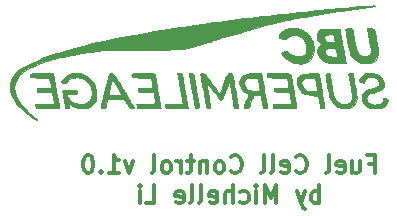
<source format=gbo>
G04 #@! TF.GenerationSoftware,KiCad,Pcbnew,(5.1.10)-1*
G04 #@! TF.CreationDate,2021-12-04T11:06:55-08:00*
G04 #@! TF.ProjectId,fuelCellControl,6675656c-4365-46c6-9c43-6f6e74726f6c,rev?*
G04 #@! TF.SameCoordinates,Original*
G04 #@! TF.FileFunction,Legend,Bot*
G04 #@! TF.FilePolarity,Positive*
%FSLAX46Y46*%
G04 Gerber Fmt 4.6, Leading zero omitted, Abs format (unit mm)*
G04 Created by KiCad (PCBNEW (5.1.10)-1) date 2021-12-04 11:06:55*
%MOMM*%
%LPD*%
G01*
G04 APERTURE LIST*
%ADD10C,0.300000*%
%ADD11C,0.010000*%
%ADD12O,1.600000X1.600000*%
%ADD13R,1.600000X1.600000*%
%ADD14R,1.700000X1.700000*%
%ADD15C,3.200000*%
%ADD16O,3.600000X1.800000*%
%ADD17C,3.000000*%
%ADD18O,3.700000X2.700000*%
%ADD19O,1.700000X1.700000*%
%ADD20O,2.700000X3.700000*%
G04 APERTURE END LIST*
D10*
X126121428Y-126887857D02*
X126621428Y-126887857D01*
X126621428Y-127673571D02*
X126621428Y-126173571D01*
X125907142Y-126173571D01*
X124692857Y-126673571D02*
X124692857Y-127673571D01*
X125335714Y-126673571D02*
X125335714Y-127459285D01*
X125264285Y-127602142D01*
X125121428Y-127673571D01*
X124907142Y-127673571D01*
X124764285Y-127602142D01*
X124692857Y-127530714D01*
X123407142Y-127602142D02*
X123550000Y-127673571D01*
X123835714Y-127673571D01*
X123978571Y-127602142D01*
X124050000Y-127459285D01*
X124050000Y-126887857D01*
X123978571Y-126745000D01*
X123835714Y-126673571D01*
X123550000Y-126673571D01*
X123407142Y-126745000D01*
X123335714Y-126887857D01*
X123335714Y-127030714D01*
X124050000Y-127173571D01*
X122478571Y-127673571D02*
X122621428Y-127602142D01*
X122692857Y-127459285D01*
X122692857Y-126173571D01*
X119907142Y-127530714D02*
X119978571Y-127602142D01*
X120192857Y-127673571D01*
X120335714Y-127673571D01*
X120550000Y-127602142D01*
X120692857Y-127459285D01*
X120764285Y-127316428D01*
X120835714Y-127030714D01*
X120835714Y-126816428D01*
X120764285Y-126530714D01*
X120692857Y-126387857D01*
X120550000Y-126245000D01*
X120335714Y-126173571D01*
X120192857Y-126173571D01*
X119978571Y-126245000D01*
X119907142Y-126316428D01*
X118692857Y-127602142D02*
X118835714Y-127673571D01*
X119121428Y-127673571D01*
X119264285Y-127602142D01*
X119335714Y-127459285D01*
X119335714Y-126887857D01*
X119264285Y-126745000D01*
X119121428Y-126673571D01*
X118835714Y-126673571D01*
X118692857Y-126745000D01*
X118621428Y-126887857D01*
X118621428Y-127030714D01*
X119335714Y-127173571D01*
X117764285Y-127673571D02*
X117907142Y-127602142D01*
X117978571Y-127459285D01*
X117978571Y-126173571D01*
X116978571Y-127673571D02*
X117121428Y-127602142D01*
X117192857Y-127459285D01*
X117192857Y-126173571D01*
X114407142Y-127530714D02*
X114478571Y-127602142D01*
X114692857Y-127673571D01*
X114835714Y-127673571D01*
X115050000Y-127602142D01*
X115192857Y-127459285D01*
X115264285Y-127316428D01*
X115335714Y-127030714D01*
X115335714Y-126816428D01*
X115264285Y-126530714D01*
X115192857Y-126387857D01*
X115050000Y-126245000D01*
X114835714Y-126173571D01*
X114692857Y-126173571D01*
X114478571Y-126245000D01*
X114407142Y-126316428D01*
X113550000Y-127673571D02*
X113692857Y-127602142D01*
X113764285Y-127530714D01*
X113835714Y-127387857D01*
X113835714Y-126959285D01*
X113764285Y-126816428D01*
X113692857Y-126745000D01*
X113550000Y-126673571D01*
X113335714Y-126673571D01*
X113192857Y-126745000D01*
X113121428Y-126816428D01*
X113050000Y-126959285D01*
X113050000Y-127387857D01*
X113121428Y-127530714D01*
X113192857Y-127602142D01*
X113335714Y-127673571D01*
X113550000Y-127673571D01*
X112407142Y-126673571D02*
X112407142Y-127673571D01*
X112407142Y-126816428D02*
X112335714Y-126745000D01*
X112192857Y-126673571D01*
X111978571Y-126673571D01*
X111835714Y-126745000D01*
X111764285Y-126887857D01*
X111764285Y-127673571D01*
X111264285Y-126673571D02*
X110692857Y-126673571D01*
X111050000Y-126173571D02*
X111050000Y-127459285D01*
X110978571Y-127602142D01*
X110835714Y-127673571D01*
X110692857Y-127673571D01*
X110192857Y-127673571D02*
X110192857Y-126673571D01*
X110192857Y-126959285D02*
X110121428Y-126816428D01*
X110050000Y-126745000D01*
X109907142Y-126673571D01*
X109764285Y-126673571D01*
X109050000Y-127673571D02*
X109192857Y-127602142D01*
X109264285Y-127530714D01*
X109335714Y-127387857D01*
X109335714Y-126959285D01*
X109264285Y-126816428D01*
X109192857Y-126745000D01*
X109050000Y-126673571D01*
X108835714Y-126673571D01*
X108692857Y-126745000D01*
X108621428Y-126816428D01*
X108550000Y-126959285D01*
X108550000Y-127387857D01*
X108621428Y-127530714D01*
X108692857Y-127602142D01*
X108835714Y-127673571D01*
X109050000Y-127673571D01*
X107692857Y-127673571D02*
X107835714Y-127602142D01*
X107907142Y-127459285D01*
X107907142Y-126173571D01*
X106121428Y-126673571D02*
X105764285Y-127673571D01*
X105407142Y-126673571D01*
X104050000Y-127673571D02*
X104907142Y-127673571D01*
X104478571Y-127673571D02*
X104478571Y-126173571D01*
X104621428Y-126387857D01*
X104764285Y-126530714D01*
X104907142Y-126602142D01*
X103407142Y-127530714D02*
X103335714Y-127602142D01*
X103407142Y-127673571D01*
X103478571Y-127602142D01*
X103407142Y-127530714D01*
X103407142Y-127673571D01*
X102407142Y-126173571D02*
X102264285Y-126173571D01*
X102121428Y-126245000D01*
X102050000Y-126316428D01*
X101978571Y-126459285D01*
X101907142Y-126745000D01*
X101907142Y-127102142D01*
X101978571Y-127387857D01*
X102050000Y-127530714D01*
X102121428Y-127602142D01*
X102264285Y-127673571D01*
X102407142Y-127673571D01*
X102550000Y-127602142D01*
X102621428Y-127530714D01*
X102692857Y-127387857D01*
X102764285Y-127102142D01*
X102764285Y-126745000D01*
X102692857Y-126459285D01*
X102621428Y-126316428D01*
X102550000Y-126245000D01*
X102407142Y-126173571D01*
X121907142Y-130223571D02*
X121907142Y-128723571D01*
X121907142Y-129295000D02*
X121764285Y-129223571D01*
X121478571Y-129223571D01*
X121335714Y-129295000D01*
X121264285Y-129366428D01*
X121192857Y-129509285D01*
X121192857Y-129937857D01*
X121264285Y-130080714D01*
X121335714Y-130152142D01*
X121478571Y-130223571D01*
X121764285Y-130223571D01*
X121907142Y-130152142D01*
X120692857Y-129223571D02*
X120335714Y-130223571D01*
X119978571Y-129223571D02*
X120335714Y-130223571D01*
X120478571Y-130580714D01*
X120550000Y-130652142D01*
X120692857Y-130723571D01*
X118264285Y-130223571D02*
X118264285Y-128723571D01*
X117764285Y-129795000D01*
X117264285Y-128723571D01*
X117264285Y-130223571D01*
X116550000Y-130223571D02*
X116550000Y-129223571D01*
X116550000Y-128723571D02*
X116621428Y-128795000D01*
X116550000Y-128866428D01*
X116478571Y-128795000D01*
X116550000Y-128723571D01*
X116550000Y-128866428D01*
X115192857Y-130152142D02*
X115335714Y-130223571D01*
X115621428Y-130223571D01*
X115764285Y-130152142D01*
X115835714Y-130080714D01*
X115907142Y-129937857D01*
X115907142Y-129509285D01*
X115835714Y-129366428D01*
X115764285Y-129295000D01*
X115621428Y-129223571D01*
X115335714Y-129223571D01*
X115192857Y-129295000D01*
X114550000Y-130223571D02*
X114550000Y-128723571D01*
X113907142Y-130223571D02*
X113907142Y-129437857D01*
X113978571Y-129295000D01*
X114121428Y-129223571D01*
X114335714Y-129223571D01*
X114478571Y-129295000D01*
X114550000Y-129366428D01*
X112621428Y-130152142D02*
X112764285Y-130223571D01*
X113050000Y-130223571D01*
X113192857Y-130152142D01*
X113264285Y-130009285D01*
X113264285Y-129437857D01*
X113192857Y-129295000D01*
X113050000Y-129223571D01*
X112764285Y-129223571D01*
X112621428Y-129295000D01*
X112550000Y-129437857D01*
X112550000Y-129580714D01*
X113264285Y-129723571D01*
X111692857Y-130223571D02*
X111835714Y-130152142D01*
X111907142Y-130009285D01*
X111907142Y-128723571D01*
X110907142Y-130223571D02*
X111050000Y-130152142D01*
X111121428Y-130009285D01*
X111121428Y-128723571D01*
X109764285Y-130152142D02*
X109907142Y-130223571D01*
X110192857Y-130223571D01*
X110335714Y-130152142D01*
X110407142Y-130009285D01*
X110407142Y-129437857D01*
X110335714Y-129295000D01*
X110192857Y-129223571D01*
X109907142Y-129223571D01*
X109764285Y-129295000D01*
X109692857Y-129437857D01*
X109692857Y-129580714D01*
X110407142Y-129723571D01*
X107192857Y-130223571D02*
X107907142Y-130223571D01*
X107907142Y-128723571D01*
X106692857Y-130223571D02*
X106692857Y-129223571D01*
X106692857Y-128723571D02*
X106764285Y-128795000D01*
X106692857Y-128866428D01*
X106621428Y-128795000D01*
X106692857Y-128723571D01*
X106692857Y-128866428D01*
D11*
G36*
X122553810Y-115436245D02*
G01*
X122306448Y-115446056D01*
X122125113Y-115469912D01*
X121992091Y-115512058D01*
X121889672Y-115576735D01*
X121800145Y-115668188D01*
X121772086Y-115702835D01*
X121686721Y-115886490D01*
X121669058Y-116107482D01*
X121712802Y-116333524D01*
X121811662Y-116532329D01*
X121959346Y-116671610D01*
X121961088Y-116672616D01*
X122107998Y-116756931D01*
X121905964Y-116949121D01*
X121790640Y-117064958D01*
X121733339Y-117156137D01*
X121717942Y-117265404D01*
X121727286Y-117422955D01*
X121798255Y-117715468D01*
X121959607Y-117963270D01*
X122212473Y-118167967D01*
X122280111Y-118207165D01*
X122374230Y-118254254D01*
X122470461Y-118288485D01*
X122588193Y-118312601D01*
X122746816Y-118329352D01*
X122965718Y-118341482D01*
X123264289Y-118351738D01*
X123310230Y-118353085D01*
X124116259Y-118376440D01*
X124091412Y-118179720D01*
X124073320Y-118056276D01*
X124041529Y-117858348D01*
X124032681Y-117805200D01*
X123430358Y-117805200D01*
X123037630Y-117805200D01*
X122819222Y-117799829D01*
X122672698Y-117779806D01*
X122568724Y-117739266D01*
X122511051Y-117699912D01*
X122414239Y-117593518D01*
X122378951Y-117454172D01*
X122377200Y-117396417D01*
X122389679Y-117256977D01*
X122441370Y-117177304D01*
X122516900Y-117133404D01*
X122652064Y-117098433D01*
X122844003Y-117082248D01*
X122968205Y-117083571D01*
X123110348Y-117089664D01*
X123204547Y-117103462D01*
X123265075Y-117142869D01*
X123306204Y-117225790D01*
X123342207Y-117370129D01*
X123387357Y-117593791D01*
X123391599Y-117614700D01*
X123430358Y-117805200D01*
X124032681Y-117805200D01*
X123999997Y-117608876D01*
X123952684Y-117330798D01*
X123903548Y-117047053D01*
X123856550Y-116780580D01*
X123821376Y-116586000D01*
X123201537Y-116586000D01*
X122875278Y-116586000D01*
X122683768Y-116576164D01*
X122535871Y-116550100D01*
X122472646Y-116522500D01*
X122378770Y-116399898D01*
X122320082Y-116242023D01*
X122314916Y-116113215D01*
X122386808Y-116015408D01*
X122547445Y-115952102D01*
X122789042Y-115926108D01*
X122834284Y-115925600D01*
X122968522Y-115929069D01*
X123053002Y-115952896D01*
X123103725Y-116017209D01*
X123136695Y-116142136D01*
X123167475Y-116344700D01*
X123201537Y-116586000D01*
X123821376Y-116586000D01*
X123815648Y-116554317D01*
X123784801Y-116391204D01*
X123772497Y-116332000D01*
X123750309Y-116219853D01*
X123719004Y-116043816D01*
X123685056Y-115840395D01*
X123682415Y-115824000D01*
X123621215Y-115443000D01*
X122884908Y-115436238D01*
X122553810Y-115436245D01*
G37*
X122553810Y-115436245D02*
X122306448Y-115446056D01*
X122125113Y-115469912D01*
X121992091Y-115512058D01*
X121889672Y-115576735D01*
X121800145Y-115668188D01*
X121772086Y-115702835D01*
X121686721Y-115886490D01*
X121669058Y-116107482D01*
X121712802Y-116333524D01*
X121811662Y-116532329D01*
X121959346Y-116671610D01*
X121961088Y-116672616D01*
X122107998Y-116756931D01*
X121905964Y-116949121D01*
X121790640Y-117064958D01*
X121733339Y-117156137D01*
X121717942Y-117265404D01*
X121727286Y-117422955D01*
X121798255Y-117715468D01*
X121959607Y-117963270D01*
X122212473Y-118167967D01*
X122280111Y-118207165D01*
X122374230Y-118254254D01*
X122470461Y-118288485D01*
X122588193Y-118312601D01*
X122746816Y-118329352D01*
X122965718Y-118341482D01*
X123264289Y-118351738D01*
X123310230Y-118353085D01*
X124116259Y-118376440D01*
X124091412Y-118179720D01*
X124073320Y-118056276D01*
X124041529Y-117858348D01*
X124032681Y-117805200D01*
X123430358Y-117805200D01*
X123037630Y-117805200D01*
X122819222Y-117799829D01*
X122672698Y-117779806D01*
X122568724Y-117739266D01*
X122511051Y-117699912D01*
X122414239Y-117593518D01*
X122378951Y-117454172D01*
X122377200Y-117396417D01*
X122389679Y-117256977D01*
X122441370Y-117177304D01*
X122516900Y-117133404D01*
X122652064Y-117098433D01*
X122844003Y-117082248D01*
X122968205Y-117083571D01*
X123110348Y-117089664D01*
X123204547Y-117103462D01*
X123265075Y-117142869D01*
X123306204Y-117225790D01*
X123342207Y-117370129D01*
X123387357Y-117593791D01*
X123391599Y-117614700D01*
X123430358Y-117805200D01*
X124032681Y-117805200D01*
X123999997Y-117608876D01*
X123952684Y-117330798D01*
X123903548Y-117047053D01*
X123856550Y-116780580D01*
X123821376Y-116586000D01*
X123201537Y-116586000D01*
X122875278Y-116586000D01*
X122683768Y-116576164D01*
X122535871Y-116550100D01*
X122472646Y-116522500D01*
X122378770Y-116399898D01*
X122320082Y-116242023D01*
X122314916Y-116113215D01*
X122386808Y-116015408D01*
X122547445Y-115952102D01*
X122789042Y-115926108D01*
X122834284Y-115925600D01*
X122968522Y-115929069D01*
X123053002Y-115952896D01*
X123103725Y-116017209D01*
X123136695Y-116142136D01*
X123167475Y-116344700D01*
X123201537Y-116586000D01*
X123821376Y-116586000D01*
X123815648Y-116554317D01*
X123784801Y-116391204D01*
X123772497Y-116332000D01*
X123750309Y-116219853D01*
X123719004Y-116043816D01*
X123685056Y-115840395D01*
X123682415Y-115824000D01*
X123621215Y-115443000D01*
X122884908Y-115436238D01*
X122553810Y-115436245D01*
G36*
X119325177Y-115407032D02*
G01*
X119038510Y-115493376D01*
X118794339Y-115634309D01*
X118607738Y-115828309D01*
X118493783Y-116073854D01*
X118490258Y-116087476D01*
X118477826Y-116177913D01*
X118515360Y-116229082D01*
X118626003Y-116267850D01*
X118651402Y-116274533D01*
X118849588Y-116321714D01*
X118980140Y-116334867D01*
X119072661Y-116309426D01*
X119156753Y-116240824D01*
X119204643Y-116189184D01*
X119403291Y-116036852D01*
X119639573Y-115964001D01*
X119894782Y-115965567D01*
X120150210Y-116036485D01*
X120387150Y-116171689D01*
X120586892Y-116366115D01*
X120725048Y-116600806D01*
X120778347Y-116800018D01*
X120799328Y-117037707D01*
X120787833Y-117272282D01*
X120743704Y-117462157D01*
X120728438Y-117496072D01*
X120593400Y-117654713D01*
X120397153Y-117754862D01*
X120161405Y-117796744D01*
X119907865Y-117780583D01*
X119658240Y-117706601D01*
X119434239Y-117575023D01*
X119333045Y-117481701D01*
X119229193Y-117391794D01*
X119138239Y-117348891D01*
X119129845Y-117348283D01*
X118991842Y-117365296D01*
X118846545Y-117406965D01*
X118727973Y-117460545D01*
X118670144Y-117513289D01*
X118668800Y-117521035D01*
X118709414Y-117625297D01*
X118817819Y-117761626D01*
X118973862Y-117911214D01*
X119157390Y-118055254D01*
X119348251Y-118174938D01*
X119395480Y-118199206D01*
X119694157Y-118313068D01*
X120012759Y-118381163D01*
X120315432Y-118398079D01*
X120526846Y-118369899D01*
X120824279Y-118249703D01*
X121085174Y-118061481D01*
X121258976Y-117856973D01*
X121382373Y-117611942D01*
X121442270Y-117348792D01*
X121439933Y-117048135D01*
X121376626Y-116690586D01*
X121343593Y-116560600D01*
X121271088Y-116388875D01*
X121146353Y-116184110D01*
X120992670Y-115981239D01*
X120868321Y-115847403D01*
X120595300Y-115637977D01*
X120289401Y-115490748D01*
X119965697Y-115404196D01*
X119639264Y-115376798D01*
X119325177Y-115407032D01*
G37*
X119325177Y-115407032D02*
X119038510Y-115493376D01*
X118794339Y-115634309D01*
X118607738Y-115828309D01*
X118493783Y-116073854D01*
X118490258Y-116087476D01*
X118477826Y-116177913D01*
X118515360Y-116229082D01*
X118626003Y-116267850D01*
X118651402Y-116274533D01*
X118849588Y-116321714D01*
X118980140Y-116334867D01*
X119072661Y-116309426D01*
X119156753Y-116240824D01*
X119204643Y-116189184D01*
X119403291Y-116036852D01*
X119639573Y-115964001D01*
X119894782Y-115965567D01*
X120150210Y-116036485D01*
X120387150Y-116171689D01*
X120586892Y-116366115D01*
X120725048Y-116600806D01*
X120778347Y-116800018D01*
X120799328Y-117037707D01*
X120787833Y-117272282D01*
X120743704Y-117462157D01*
X120728438Y-117496072D01*
X120593400Y-117654713D01*
X120397153Y-117754862D01*
X120161405Y-117796744D01*
X119907865Y-117780583D01*
X119658240Y-117706601D01*
X119434239Y-117575023D01*
X119333045Y-117481701D01*
X119229193Y-117391794D01*
X119138239Y-117348891D01*
X119129845Y-117348283D01*
X118991842Y-117365296D01*
X118846545Y-117406965D01*
X118727973Y-117460545D01*
X118670144Y-117513289D01*
X118668800Y-117521035D01*
X118709414Y-117625297D01*
X118817819Y-117761626D01*
X118973862Y-117911214D01*
X119157390Y-118055254D01*
X119348251Y-118174938D01*
X119395480Y-118199206D01*
X119694157Y-118313068D01*
X120012759Y-118381163D01*
X120315432Y-118398079D01*
X120526846Y-118369899D01*
X120824279Y-118249703D01*
X121085174Y-118061481D01*
X121258976Y-117856973D01*
X121382373Y-117611942D01*
X121442270Y-117348792D01*
X121439933Y-117048135D01*
X121376626Y-116690586D01*
X121343593Y-116560600D01*
X121271088Y-116388875D01*
X121146353Y-116184110D01*
X120992670Y-115981239D01*
X120868321Y-115847403D01*
X120595300Y-115637977D01*
X120289401Y-115490748D01*
X119965697Y-115404196D01*
X119639264Y-115376798D01*
X119325177Y-115407032D01*
G36*
X125955003Y-115580204D02*
G01*
X125979623Y-115724454D01*
X126013927Y-115917581D01*
X126038516Y-116052600D01*
X126071714Y-116233937D01*
X126099306Y-116386752D01*
X126112035Y-116459000D01*
X126131605Y-116565668D01*
X126162715Y-116727558D01*
X126183692Y-116834233D01*
X126234426Y-117165790D01*
X126234995Y-117416298D01*
X126181376Y-117595227D01*
X126069541Y-117712047D01*
X125895467Y-117776229D01*
X125776540Y-117792145D01*
X125510758Y-117779755D01*
X125305550Y-117690115D01*
X125151319Y-117516651D01*
X125052330Y-117296003D01*
X125017116Y-117168075D01*
X124970313Y-116966024D01*
X124916493Y-116713389D01*
X124860231Y-116433706D01*
X124806099Y-116150512D01*
X124758671Y-115887345D01*
X124722521Y-115667741D01*
X124702223Y-115515237D01*
X124699669Y-115481100D01*
X124652906Y-115440424D01*
X124513637Y-115420290D01*
X124400734Y-115417600D01*
X124234990Y-115420035D01*
X124146799Y-115434968D01*
X124112119Y-115473834D01*
X124106910Y-115548071D01*
X124107073Y-115557300D01*
X124118037Y-115678037D01*
X124144139Y-115858451D01*
X124178450Y-116052600D01*
X124223432Y-116287016D01*
X124275840Y-116562449D01*
X124324472Y-116820039D01*
X124325328Y-116824595D01*
X124391191Y-117154263D01*
X124453556Y-117404422D01*
X124521655Y-117596363D01*
X124604715Y-117751378D01*
X124711966Y-117890757D01*
X124848717Y-118032000D01*
X125081056Y-118196761D01*
X125375335Y-118317085D01*
X125698627Y-118384908D01*
X126018003Y-118392165D01*
X126199312Y-118362785D01*
X126463586Y-118248434D01*
X126666616Y-118059721D01*
X126803252Y-117806998D01*
X126868344Y-117500615D01*
X126856743Y-117150922D01*
X126843273Y-117068600D01*
X126812539Y-116897862D01*
X126770944Y-116658643D01*
X126723956Y-116382739D01*
X126677283Y-116103400D01*
X126568139Y-115443000D01*
X126247900Y-115427804D01*
X125927660Y-115412608D01*
X125955003Y-115580204D01*
G37*
X125955003Y-115580204D02*
X125979623Y-115724454D01*
X126013927Y-115917581D01*
X126038516Y-116052600D01*
X126071714Y-116233937D01*
X126099306Y-116386752D01*
X126112035Y-116459000D01*
X126131605Y-116565668D01*
X126162715Y-116727558D01*
X126183692Y-116834233D01*
X126234426Y-117165790D01*
X126234995Y-117416298D01*
X126181376Y-117595227D01*
X126069541Y-117712047D01*
X125895467Y-117776229D01*
X125776540Y-117792145D01*
X125510758Y-117779755D01*
X125305550Y-117690115D01*
X125151319Y-117516651D01*
X125052330Y-117296003D01*
X125017116Y-117168075D01*
X124970313Y-116966024D01*
X124916493Y-116713389D01*
X124860231Y-116433706D01*
X124806099Y-116150512D01*
X124758671Y-115887345D01*
X124722521Y-115667741D01*
X124702223Y-115515237D01*
X124699669Y-115481100D01*
X124652906Y-115440424D01*
X124513637Y-115420290D01*
X124400734Y-115417600D01*
X124234990Y-115420035D01*
X124146799Y-115434968D01*
X124112119Y-115473834D01*
X124106910Y-115548071D01*
X124107073Y-115557300D01*
X124118037Y-115678037D01*
X124144139Y-115858451D01*
X124178450Y-116052600D01*
X124223432Y-116287016D01*
X124275840Y-116562449D01*
X124324472Y-116820039D01*
X124325328Y-116824595D01*
X124391191Y-117154263D01*
X124453556Y-117404422D01*
X124521655Y-117596363D01*
X124604715Y-117751378D01*
X124711966Y-117890757D01*
X124848717Y-118032000D01*
X125081056Y-118196761D01*
X125375335Y-118317085D01*
X125698627Y-118384908D01*
X126018003Y-118392165D01*
X126199312Y-118362785D01*
X126463586Y-118248434D01*
X126666616Y-118059721D01*
X126803252Y-117806998D01*
X126868344Y-117500615D01*
X126856743Y-117150922D01*
X126843273Y-117068600D01*
X126812539Y-116897862D01*
X126770944Y-116658643D01*
X126723956Y-116382739D01*
X126677283Y-116103400D01*
X126568139Y-115443000D01*
X126247900Y-115427804D01*
X125927660Y-115412608D01*
X125955003Y-115580204D01*
G36*
X98022418Y-119227839D02*
G01*
X97766433Y-119230635D01*
X97587457Y-119239103D01*
X97473195Y-119256360D01*
X97411354Y-119285521D01*
X97389638Y-119329703D01*
X97395754Y-119392021D01*
X97415619Y-119468900D01*
X97430457Y-119511848D01*
X97458479Y-119542416D01*
X97515018Y-119562708D01*
X97615405Y-119574829D01*
X97774974Y-119580881D01*
X98009056Y-119582969D01*
X98248536Y-119583200D01*
X99050821Y-119583200D01*
X99109495Y-119951500D01*
X99140987Y-120140692D01*
X99168940Y-120293821D01*
X99187694Y-120380023D01*
X99188690Y-120383300D01*
X99173213Y-120410891D01*
X99097920Y-120429759D01*
X98950895Y-120441129D01*
X98720221Y-120446223D01*
X98570371Y-120446800D01*
X98304881Y-120448140D01*
X98125950Y-120453485D01*
X98018560Y-120464821D01*
X97967690Y-120484130D01*
X97958320Y-120513400D01*
X97962365Y-120527154D01*
X97989438Y-120648646D01*
X97993200Y-120704954D01*
X97999953Y-120745594D01*
X98031220Y-120773061D01*
X98103519Y-120789912D01*
X98233366Y-120798706D01*
X98437277Y-120801998D01*
X98622547Y-120802400D01*
X99251893Y-120802400D01*
X99283142Y-120967500D01*
X99314193Y-121127717D01*
X99340730Y-121259600D01*
X99365112Y-121392722D01*
X99392378Y-121562753D01*
X99398240Y-121602500D01*
X99429410Y-121818400D01*
X97828951Y-121818400D01*
X97859582Y-121932700D01*
X97884552Y-122050829D01*
X97890907Y-122110500D01*
X97915297Y-122133516D01*
X97994685Y-122150673D01*
X98139252Y-122162623D01*
X98359179Y-122170016D01*
X98664649Y-122173507D01*
X98882200Y-122174000D01*
X99186903Y-122171864D01*
X99453628Y-122165911D01*
X99666975Y-122156823D01*
X99811545Y-122145283D01*
X99871936Y-122131971D01*
X99872800Y-122130133D01*
X99863345Y-122059179D01*
X99839033Y-121923559D01*
X99817221Y-121812633D01*
X99793746Y-121696911D01*
X99774584Y-121600855D01*
X99756442Y-121506359D01*
X99736028Y-121395311D01*
X99710051Y-121249603D01*
X99675217Y-121051127D01*
X99628235Y-120781773D01*
X99592008Y-120573800D01*
X99544683Y-120302844D01*
X99502715Y-120063941D01*
X99469556Y-119876629D01*
X99448655Y-119760446D01*
X99443974Y-119735600D01*
X99425780Y-119639525D01*
X99399041Y-119492698D01*
X99390242Y-119443500D01*
X99351815Y-119227600D01*
X98367708Y-119227600D01*
X98022418Y-119227839D01*
G37*
X98022418Y-119227839D02*
X97766433Y-119230635D01*
X97587457Y-119239103D01*
X97473195Y-119256360D01*
X97411354Y-119285521D01*
X97389638Y-119329703D01*
X97395754Y-119392021D01*
X97415619Y-119468900D01*
X97430457Y-119511848D01*
X97458479Y-119542416D01*
X97515018Y-119562708D01*
X97615405Y-119574829D01*
X97774974Y-119580881D01*
X98009056Y-119582969D01*
X98248536Y-119583200D01*
X99050821Y-119583200D01*
X99109495Y-119951500D01*
X99140987Y-120140692D01*
X99168940Y-120293821D01*
X99187694Y-120380023D01*
X99188690Y-120383300D01*
X99173213Y-120410891D01*
X99097920Y-120429759D01*
X98950895Y-120441129D01*
X98720221Y-120446223D01*
X98570371Y-120446800D01*
X98304881Y-120448140D01*
X98125950Y-120453485D01*
X98018560Y-120464821D01*
X97967690Y-120484130D01*
X97958320Y-120513400D01*
X97962365Y-120527154D01*
X97989438Y-120648646D01*
X97993200Y-120704954D01*
X97999953Y-120745594D01*
X98031220Y-120773061D01*
X98103519Y-120789912D01*
X98233366Y-120798706D01*
X98437277Y-120801998D01*
X98622547Y-120802400D01*
X99251893Y-120802400D01*
X99283142Y-120967500D01*
X99314193Y-121127717D01*
X99340730Y-121259600D01*
X99365112Y-121392722D01*
X99392378Y-121562753D01*
X99398240Y-121602500D01*
X99429410Y-121818400D01*
X97828951Y-121818400D01*
X97859582Y-121932700D01*
X97884552Y-122050829D01*
X97890907Y-122110500D01*
X97915297Y-122133516D01*
X97994685Y-122150673D01*
X98139252Y-122162623D01*
X98359179Y-122170016D01*
X98664649Y-122173507D01*
X98882200Y-122174000D01*
X99186903Y-122171864D01*
X99453628Y-122165911D01*
X99666975Y-122156823D01*
X99811545Y-122145283D01*
X99871936Y-122131971D01*
X99872800Y-122130133D01*
X99863345Y-122059179D01*
X99839033Y-121923559D01*
X99817221Y-121812633D01*
X99793746Y-121696911D01*
X99774584Y-121600855D01*
X99756442Y-121506359D01*
X99736028Y-121395311D01*
X99710051Y-121249603D01*
X99675217Y-121051127D01*
X99628235Y-120781773D01*
X99592008Y-120573800D01*
X99544683Y-120302844D01*
X99502715Y-120063941D01*
X99469556Y-119876629D01*
X99448655Y-119760446D01*
X99443974Y-119735600D01*
X99425780Y-119639525D01*
X99399041Y-119492698D01*
X99390242Y-119443500D01*
X99351815Y-119227600D01*
X98367708Y-119227600D01*
X98022418Y-119227839D01*
G36*
X104172084Y-119228155D02*
G01*
X104132667Y-119245141D01*
X104097361Y-119288660D01*
X104061563Y-119370018D01*
X104020671Y-119500522D01*
X103970083Y-119691478D01*
X103905196Y-119954191D01*
X103821410Y-120299969D01*
X103785772Y-120446800D01*
X103734522Y-120651470D01*
X103688746Y-120823449D01*
X103655991Y-120934757D01*
X103648752Y-120954800D01*
X103614336Y-121070782D01*
X103602979Y-121132600D01*
X103584657Y-121227378D01*
X103547986Y-121390276D01*
X103499867Y-121590999D01*
X103483618Y-121656518D01*
X103435546Y-121853984D01*
X103398926Y-122014400D01*
X103379600Y-122111776D01*
X103378000Y-122126418D01*
X103422992Y-122156562D01*
X103535023Y-122172986D01*
X103575547Y-122174000D01*
X103705057Y-122166644D01*
X103768252Y-122125306D01*
X103800290Y-122021080D01*
X103807249Y-121983500D01*
X103845436Y-121795370D01*
X103890119Y-121606122D01*
X103891060Y-121602500D01*
X103940717Y-121412000D01*
X104647587Y-121412000D01*
X104933629Y-121411491D01*
X105138298Y-121416475D01*
X105281730Y-121436714D01*
X105384063Y-121481972D01*
X105465432Y-121562012D01*
X105545974Y-121686598D01*
X105645827Y-121865493D01*
X105669131Y-121907300D01*
X105757287Y-122056150D01*
X105827222Y-122135972D01*
X105907096Y-122168132D01*
X106020628Y-122174000D01*
X106147557Y-122168836D01*
X106217839Y-122155947D01*
X106222800Y-122150855D01*
X106197683Y-122097755D01*
X106134865Y-121992972D01*
X106108500Y-121951761D01*
X106016082Y-121804864D01*
X105904814Y-121621736D01*
X105841800Y-121515376D01*
X105722896Y-121314315D01*
X105593680Y-121098916D01*
X105553798Y-121033255D01*
X105156000Y-121033255D01*
X105108620Y-121042556D01*
X104980149Y-121050072D01*
X104791092Y-121054954D01*
X104597200Y-121056400D01*
X104372646Y-121054805D01*
X104191174Y-121050481D01*
X104073290Y-121044119D01*
X104038400Y-121037594D01*
X104049135Y-120985410D01*
X104077718Y-120857792D01*
X104118723Y-120678202D01*
X104166720Y-120470102D01*
X104216283Y-120256954D01*
X104261983Y-120062223D01*
X104298391Y-119909370D01*
X104316113Y-119837200D01*
X104337168Y-119736265D01*
X104340852Y-119710200D01*
X104366035Y-119724666D01*
X104427308Y-119810238D01*
X104511930Y-119948921D01*
X104520717Y-119964200D01*
X104727638Y-120321202D01*
X104901495Y-120610617D01*
X105041700Y-120833234D01*
X105112877Y-120948446D01*
X105152844Y-121022975D01*
X105156000Y-121033255D01*
X105553798Y-121033255D01*
X105537000Y-121005600D01*
X105417670Y-120808560D01*
X105288093Y-120591985D01*
X105232200Y-120497600D01*
X105112870Y-120296870D01*
X104983293Y-120081523D01*
X104927400Y-119989600D01*
X104807271Y-119791877D01*
X104677023Y-119575788D01*
X104622600Y-119484889D01*
X104529693Y-119339586D01*
X104454749Y-119262863D01*
X104368995Y-119233088D01*
X104281659Y-119228559D01*
X104220214Y-119226396D01*
X104172084Y-119228155D01*
G37*
X104172084Y-119228155D02*
X104132667Y-119245141D01*
X104097361Y-119288660D01*
X104061563Y-119370018D01*
X104020671Y-119500522D01*
X103970083Y-119691478D01*
X103905196Y-119954191D01*
X103821410Y-120299969D01*
X103785772Y-120446800D01*
X103734522Y-120651470D01*
X103688746Y-120823449D01*
X103655991Y-120934757D01*
X103648752Y-120954800D01*
X103614336Y-121070782D01*
X103602979Y-121132600D01*
X103584657Y-121227378D01*
X103547986Y-121390276D01*
X103499867Y-121590999D01*
X103483618Y-121656518D01*
X103435546Y-121853984D01*
X103398926Y-122014400D01*
X103379600Y-122111776D01*
X103378000Y-122126418D01*
X103422992Y-122156562D01*
X103535023Y-122172986D01*
X103575547Y-122174000D01*
X103705057Y-122166644D01*
X103768252Y-122125306D01*
X103800290Y-122021080D01*
X103807249Y-121983500D01*
X103845436Y-121795370D01*
X103890119Y-121606122D01*
X103891060Y-121602500D01*
X103940717Y-121412000D01*
X104647587Y-121412000D01*
X104933629Y-121411491D01*
X105138298Y-121416475D01*
X105281730Y-121436714D01*
X105384063Y-121481972D01*
X105465432Y-121562012D01*
X105545974Y-121686598D01*
X105645827Y-121865493D01*
X105669131Y-121907300D01*
X105757287Y-122056150D01*
X105827222Y-122135972D01*
X105907096Y-122168132D01*
X106020628Y-122174000D01*
X106147557Y-122168836D01*
X106217839Y-122155947D01*
X106222800Y-122150855D01*
X106197683Y-122097755D01*
X106134865Y-121992972D01*
X106108500Y-121951761D01*
X106016082Y-121804864D01*
X105904814Y-121621736D01*
X105841800Y-121515376D01*
X105722896Y-121314315D01*
X105593680Y-121098916D01*
X105553798Y-121033255D01*
X105156000Y-121033255D01*
X105108620Y-121042556D01*
X104980149Y-121050072D01*
X104791092Y-121054954D01*
X104597200Y-121056400D01*
X104372646Y-121054805D01*
X104191174Y-121050481D01*
X104073290Y-121044119D01*
X104038400Y-121037594D01*
X104049135Y-120985410D01*
X104077718Y-120857792D01*
X104118723Y-120678202D01*
X104166720Y-120470102D01*
X104216283Y-120256954D01*
X104261983Y-120062223D01*
X104298391Y-119909370D01*
X104316113Y-119837200D01*
X104337168Y-119736265D01*
X104340852Y-119710200D01*
X104366035Y-119724666D01*
X104427308Y-119810238D01*
X104511930Y-119948921D01*
X104520717Y-119964200D01*
X104727638Y-120321202D01*
X104901495Y-120610617D01*
X105041700Y-120833234D01*
X105112877Y-120948446D01*
X105152844Y-121022975D01*
X105156000Y-121033255D01*
X105553798Y-121033255D01*
X105537000Y-121005600D01*
X105417670Y-120808560D01*
X105288093Y-120591985D01*
X105232200Y-120497600D01*
X105112870Y-120296870D01*
X104983293Y-120081523D01*
X104927400Y-119989600D01*
X104807271Y-119791877D01*
X104677023Y-119575788D01*
X104622600Y-119484889D01*
X104529693Y-119339586D01*
X104454749Y-119262863D01*
X104368995Y-119233088D01*
X104281659Y-119228559D01*
X104220214Y-119226396D01*
X104172084Y-119228155D01*
G36*
X106612076Y-119227834D02*
G01*
X106355052Y-119230598D01*
X106175095Y-119238981D01*
X106059939Y-119256075D01*
X105997319Y-119284971D01*
X105974969Y-119328759D01*
X105980623Y-119390530D01*
X106000819Y-119468900D01*
X106015657Y-119511848D01*
X106043679Y-119542416D01*
X106100218Y-119562708D01*
X106200605Y-119574829D01*
X106360174Y-119580881D01*
X106594256Y-119582969D01*
X106833736Y-119583200D01*
X107636021Y-119583200D01*
X107694695Y-119951500D01*
X107726187Y-120140692D01*
X107754140Y-120293821D01*
X107772894Y-120380023D01*
X107773890Y-120383300D01*
X107758413Y-120410891D01*
X107683120Y-120429759D01*
X107536095Y-120441129D01*
X107305421Y-120446223D01*
X107155571Y-120446800D01*
X106890081Y-120448140D01*
X106711150Y-120453485D01*
X106603760Y-120464821D01*
X106552890Y-120484130D01*
X106543520Y-120513400D01*
X106547565Y-120527154D01*
X106574788Y-120649104D01*
X106578400Y-120703437D01*
X106585923Y-120743185D01*
X106619304Y-120770856D01*
X106694760Y-120789208D01*
X106828509Y-120800998D01*
X107036769Y-120808985D01*
X107226100Y-120813582D01*
X107873800Y-120827800D01*
X107884840Y-120980200D01*
X107903096Y-121127628D01*
X107935106Y-121308681D01*
X107946128Y-121361200D01*
X107984235Y-121530633D01*
X108003889Y-121652214D01*
X107992335Y-121733838D01*
X107936813Y-121783402D01*
X107824568Y-121808801D01*
X107642842Y-121817932D01*
X107378878Y-121818692D01*
X107207476Y-121818400D01*
X106414151Y-121818400D01*
X106444782Y-121932700D01*
X106469752Y-122050829D01*
X106476107Y-122110500D01*
X106500497Y-122133516D01*
X106579885Y-122150673D01*
X106724452Y-122162623D01*
X106944379Y-122170016D01*
X107249849Y-122173507D01*
X107467400Y-122174000D01*
X107772068Y-122172145D01*
X108038723Y-122166975D01*
X108251974Y-122159082D01*
X108396431Y-122149060D01*
X108456701Y-122137499D01*
X108457550Y-122135900D01*
X108448868Y-122073262D01*
X108425672Y-121932539D01*
X108391654Y-121735601D01*
X108356749Y-121539000D01*
X108309644Y-121272920D01*
X108252707Y-120945551D01*
X108192662Y-120595845D01*
X108136232Y-120262755D01*
X108128757Y-120218200D01*
X108082211Y-119943147D01*
X108039578Y-119696406D01*
X108004522Y-119498800D01*
X107980706Y-119371151D01*
X107974590Y-119341900D01*
X107963004Y-119302654D01*
X107939967Y-119273609D01*
X107891829Y-119253230D01*
X107804943Y-119239982D01*
X107665660Y-119232329D01*
X107460332Y-119228736D01*
X107175309Y-119227667D01*
X106958433Y-119227600D01*
X106612076Y-119227834D01*
G37*
X106612076Y-119227834D02*
X106355052Y-119230598D01*
X106175095Y-119238981D01*
X106059939Y-119256075D01*
X105997319Y-119284971D01*
X105974969Y-119328759D01*
X105980623Y-119390530D01*
X106000819Y-119468900D01*
X106015657Y-119511848D01*
X106043679Y-119542416D01*
X106100218Y-119562708D01*
X106200605Y-119574829D01*
X106360174Y-119580881D01*
X106594256Y-119582969D01*
X106833736Y-119583200D01*
X107636021Y-119583200D01*
X107694695Y-119951500D01*
X107726187Y-120140692D01*
X107754140Y-120293821D01*
X107772894Y-120380023D01*
X107773890Y-120383300D01*
X107758413Y-120410891D01*
X107683120Y-120429759D01*
X107536095Y-120441129D01*
X107305421Y-120446223D01*
X107155571Y-120446800D01*
X106890081Y-120448140D01*
X106711150Y-120453485D01*
X106603760Y-120464821D01*
X106552890Y-120484130D01*
X106543520Y-120513400D01*
X106547565Y-120527154D01*
X106574788Y-120649104D01*
X106578400Y-120703437D01*
X106585923Y-120743185D01*
X106619304Y-120770856D01*
X106694760Y-120789208D01*
X106828509Y-120800998D01*
X107036769Y-120808985D01*
X107226100Y-120813582D01*
X107873800Y-120827800D01*
X107884840Y-120980200D01*
X107903096Y-121127628D01*
X107935106Y-121308681D01*
X107946128Y-121361200D01*
X107984235Y-121530633D01*
X108003889Y-121652214D01*
X107992335Y-121733838D01*
X107936813Y-121783402D01*
X107824568Y-121808801D01*
X107642842Y-121817932D01*
X107378878Y-121818692D01*
X107207476Y-121818400D01*
X106414151Y-121818400D01*
X106444782Y-121932700D01*
X106469752Y-122050829D01*
X106476107Y-122110500D01*
X106500497Y-122133516D01*
X106579885Y-122150673D01*
X106724452Y-122162623D01*
X106944379Y-122170016D01*
X107249849Y-122173507D01*
X107467400Y-122174000D01*
X107772068Y-122172145D01*
X108038723Y-122166975D01*
X108251974Y-122159082D01*
X108396431Y-122149060D01*
X108456701Y-122137499D01*
X108457550Y-122135900D01*
X108448868Y-122073262D01*
X108425672Y-121932539D01*
X108391654Y-121735601D01*
X108356749Y-121539000D01*
X108309644Y-121272920D01*
X108252707Y-120945551D01*
X108192662Y-120595845D01*
X108136232Y-120262755D01*
X108128757Y-120218200D01*
X108082211Y-119943147D01*
X108039578Y-119696406D01*
X108004522Y-119498800D01*
X107980706Y-119371151D01*
X107974590Y-119341900D01*
X107963004Y-119302654D01*
X107939967Y-119273609D01*
X107891829Y-119253230D01*
X107804943Y-119239982D01*
X107665660Y-119232329D01*
X107460332Y-119228736D01*
X107175309Y-119227667D01*
X106958433Y-119227600D01*
X106612076Y-119227834D01*
G36*
X110050312Y-119227600D02*
G01*
X109871470Y-119227600D01*
X109903232Y-119443500D01*
X109937343Y-119640955D01*
X109979024Y-119840039D01*
X109984394Y-119862600D01*
X110010226Y-119985116D01*
X110047722Y-120184043D01*
X110092551Y-120435457D01*
X110140388Y-120715435D01*
X110159022Y-120827800D01*
X110205128Y-121102960D01*
X110248130Y-121349776D01*
X110284271Y-121547401D01*
X110309797Y-121674986D01*
X110316850Y-121704100D01*
X110349450Y-121818400D01*
X109576090Y-121818400D01*
X109279372Y-121819434D01*
X109070376Y-121823538D01*
X108935238Y-121832213D01*
X108860092Y-121846958D01*
X108831074Y-121869274D01*
X108833565Y-121898754D01*
X108860638Y-122020246D01*
X108864400Y-122076554D01*
X108869477Y-122110713D01*
X108893727Y-122135804D01*
X108950680Y-122153221D01*
X109053863Y-122164355D01*
X109216808Y-122170600D01*
X109453042Y-122173350D01*
X109776095Y-122173997D01*
X109810807Y-122174000D01*
X110757214Y-122174000D01*
X110723419Y-121932700D01*
X110698459Y-121765678D01*
X110675121Y-121627284D01*
X110667763Y-121589800D01*
X110651637Y-121505596D01*
X110621842Y-121341645D01*
X110582026Y-121118309D01*
X110535834Y-120855956D01*
X110513173Y-120726200D01*
X110465941Y-120455254D01*
X110424227Y-120216357D01*
X110391447Y-120029045D01*
X110371018Y-119912856D01*
X110366586Y-119888000D01*
X110317862Y-119620572D01*
X110281100Y-119437088D01*
X110248753Y-119321787D01*
X110213271Y-119258903D01*
X110167103Y-119232673D01*
X110102702Y-119227333D01*
X110050312Y-119227600D01*
G37*
X110050312Y-119227600D02*
X109871470Y-119227600D01*
X109903232Y-119443500D01*
X109937343Y-119640955D01*
X109979024Y-119840039D01*
X109984394Y-119862600D01*
X110010226Y-119985116D01*
X110047722Y-120184043D01*
X110092551Y-120435457D01*
X110140388Y-120715435D01*
X110159022Y-120827800D01*
X110205128Y-121102960D01*
X110248130Y-121349776D01*
X110284271Y-121547401D01*
X110309797Y-121674986D01*
X110316850Y-121704100D01*
X110349450Y-121818400D01*
X109576090Y-121818400D01*
X109279372Y-121819434D01*
X109070376Y-121823538D01*
X108935238Y-121832213D01*
X108860092Y-121846958D01*
X108831074Y-121869274D01*
X108833565Y-121898754D01*
X108860638Y-122020246D01*
X108864400Y-122076554D01*
X108869477Y-122110713D01*
X108893727Y-122135804D01*
X108950680Y-122153221D01*
X109053863Y-122164355D01*
X109216808Y-122170600D01*
X109453042Y-122173350D01*
X109776095Y-122173997D01*
X109810807Y-122174000D01*
X110757214Y-122174000D01*
X110723419Y-121932700D01*
X110698459Y-121765678D01*
X110675121Y-121627284D01*
X110667763Y-121589800D01*
X110651637Y-121505596D01*
X110621842Y-121341645D01*
X110582026Y-121118309D01*
X110535834Y-120855956D01*
X110513173Y-120726200D01*
X110465941Y-120455254D01*
X110424227Y-120216357D01*
X110391447Y-120029045D01*
X110371018Y-119912856D01*
X110366586Y-119888000D01*
X110317862Y-119620572D01*
X110281100Y-119437088D01*
X110248753Y-119321787D01*
X110213271Y-119258903D01*
X110167103Y-119232673D01*
X110102702Y-119227333D01*
X110050312Y-119227600D01*
G36*
X110894616Y-119233231D02*
G01*
X110852301Y-119268940D01*
X110861796Y-119362948D01*
X110868035Y-119392700D01*
X110888524Y-119497856D01*
X110922526Y-119682163D01*
X110966247Y-119924656D01*
X111015897Y-120204370D01*
X111049514Y-120396000D01*
X111105723Y-120716695D01*
X111162894Y-121040731D01*
X111215751Y-121338335D01*
X111259015Y-121579732D01*
X111274660Y-121666000D01*
X111310326Y-121865542D01*
X111337598Y-122025942D01*
X111352196Y-122121707D01*
X111353531Y-122135900D01*
X111398274Y-122161092D01*
X111508192Y-122173674D01*
X111531400Y-122174000D01*
X111652035Y-122164126D01*
X111701338Y-122121263D01*
X111709200Y-122053933D01*
X111699111Y-121935907D01*
X111673325Y-121766154D01*
X111653330Y-121660233D01*
X111617840Y-121480087D01*
X111588865Y-121322023D01*
X111578618Y-121259600D01*
X111563089Y-121165316D01*
X111533247Y-120992733D01*
X111492893Y-120763522D01*
X111445823Y-120499356D01*
X111427268Y-120396000D01*
X111379383Y-120127065D01*
X111337663Y-119887602D01*
X111305661Y-119698392D01*
X111286929Y-119580215D01*
X111283980Y-119557800D01*
X111249029Y-119373354D01*
X111183022Y-119270471D01*
X111070547Y-119230324D01*
X111013627Y-119227600D01*
X110894616Y-119233231D01*
G37*
X110894616Y-119233231D02*
X110852301Y-119268940D01*
X110861796Y-119362948D01*
X110868035Y-119392700D01*
X110888524Y-119497856D01*
X110922526Y-119682163D01*
X110966247Y-119924656D01*
X111015897Y-120204370D01*
X111049514Y-120396000D01*
X111105723Y-120716695D01*
X111162894Y-121040731D01*
X111215751Y-121338335D01*
X111259015Y-121579732D01*
X111274660Y-121666000D01*
X111310326Y-121865542D01*
X111337598Y-122025942D01*
X111352196Y-122121707D01*
X111353531Y-122135900D01*
X111398274Y-122161092D01*
X111508192Y-122173674D01*
X111531400Y-122174000D01*
X111652035Y-122164126D01*
X111701338Y-122121263D01*
X111709200Y-122053933D01*
X111699111Y-121935907D01*
X111673325Y-121766154D01*
X111653330Y-121660233D01*
X111617840Y-121480087D01*
X111588865Y-121322023D01*
X111578618Y-121259600D01*
X111563089Y-121165316D01*
X111533247Y-120992733D01*
X111492893Y-120763522D01*
X111445823Y-120499356D01*
X111427268Y-120396000D01*
X111379383Y-120127065D01*
X111337663Y-119887602D01*
X111305661Y-119698392D01*
X111286929Y-119580215D01*
X111283980Y-119557800D01*
X111249029Y-119373354D01*
X111183022Y-119270471D01*
X111070547Y-119230324D01*
X111013627Y-119227600D01*
X110894616Y-119233231D01*
G36*
X114194602Y-119235622D02*
G01*
X114126355Y-119274154D01*
X114074405Y-119368810D01*
X114037092Y-119469399D01*
X113948818Y-119714913D01*
X113852190Y-119976840D01*
X113757888Y-120226851D01*
X113676594Y-120436615D01*
X113620715Y-120573800D01*
X113556890Y-120724367D01*
X113505856Y-120847584D01*
X113479608Y-120899168D01*
X113447835Y-120910241D01*
X113397723Y-120870230D01*
X113316456Y-120768558D01*
X113191221Y-120594652D01*
X113179767Y-120578500D01*
X113049320Y-120396040D01*
X112933359Y-120236664D01*
X112849690Y-120124726D01*
X112826729Y-120095604D01*
X112763716Y-120014282D01*
X112669419Y-119888000D01*
X112318800Y-119888000D01*
X112300214Y-119929814D01*
X112284934Y-119921866D01*
X112278854Y-119861578D01*
X112284934Y-119854133D01*
X112315134Y-119861106D01*
X112318800Y-119888000D01*
X112669419Y-119888000D01*
X112659512Y-119874734D01*
X112532182Y-119701261D01*
X112471129Y-119617193D01*
X112337031Y-119435734D01*
X112241264Y-119322093D01*
X112164556Y-119260396D01*
X112087635Y-119234769D01*
X112000333Y-119229405D01*
X111876694Y-119234680D01*
X111829530Y-119264969D01*
X111834041Y-119337159D01*
X111835116Y-119341900D01*
X111852447Y-119430905D01*
X111882569Y-119599345D01*
X111921852Y-119826387D01*
X111966664Y-120091203D01*
X111987842Y-120218200D01*
X112039860Y-120529322D01*
X112093620Y-120846952D01*
X112143493Y-121138088D01*
X112183855Y-121369730D01*
X112191358Y-121412000D01*
X112230542Y-121632890D01*
X112266052Y-121835306D01*
X112291588Y-121983270D01*
X112295902Y-122008900D01*
X112326037Y-122121162D01*
X112388860Y-122166287D01*
X112498902Y-122174000D01*
X112586430Y-122169268D01*
X112642440Y-122144580D01*
X112669168Y-122084192D01*
X112668847Y-121972362D01*
X112643712Y-121793349D01*
X112595996Y-121531411D01*
X112592632Y-121513600D01*
X112553520Y-121299654D01*
X112521312Y-121110522D01*
X112501469Y-120978687D01*
X112498707Y-120954800D01*
X112477539Y-120824434D01*
X112457178Y-120751600D01*
X112432609Y-120660504D01*
X112403333Y-120514993D01*
X112374275Y-120345858D01*
X112350360Y-120183889D01*
X112336513Y-120059876D01*
X112337659Y-120004608D01*
X112337689Y-120004578D01*
X112371772Y-120037767D01*
X112456057Y-120140399D01*
X112580733Y-120299936D01*
X112735993Y-120503836D01*
X112901344Y-120725134D01*
X113122352Y-121019749D01*
X113294180Y-121235600D01*
X113425799Y-121377237D01*
X113526179Y-121449210D01*
X113604288Y-121456070D01*
X113669098Y-121402367D01*
X113729578Y-121292651D01*
X113779677Y-121170700D01*
X113851705Y-120984734D01*
X113918276Y-120813444D01*
X113952341Y-120726200D01*
X113995161Y-120613447D01*
X114016876Y-120549522D01*
X114017122Y-120548400D01*
X114044540Y-120486384D01*
X114052714Y-120472200D01*
X114084474Y-120398797D01*
X114134469Y-120262499D01*
X114175491Y-120142000D01*
X114267709Y-119862600D01*
X114382936Y-120573800D01*
X114426827Y-120841516D01*
X114467258Y-121082334D01*
X114500410Y-121273913D01*
X114522466Y-121393916D01*
X114526211Y-121412000D01*
X114550027Y-121529957D01*
X114582939Y-121705199D01*
X114610144Y-121856500D01*
X114666030Y-122174000D01*
X114843951Y-122174000D01*
X114959230Y-122168562D01*
X115004288Y-122132366D01*
X115002956Y-122035584D01*
X114996159Y-121983500D01*
X114979011Y-121872107D01*
X114947356Y-121681024D01*
X114904652Y-121430557D01*
X114854355Y-121141015D01*
X114808082Y-120878600D01*
X114755281Y-120576709D01*
X114708597Y-120301232D01*
X114671122Y-120071094D01*
X114645945Y-119905226D01*
X114636398Y-119827172D01*
X114617039Y-119712199D01*
X114590540Y-119653606D01*
X114561268Y-119578211D01*
X114554000Y-119502688D01*
X114534921Y-119340460D01*
X114466225Y-119255390D01*
X114330724Y-119228349D01*
X114307265Y-119228099D01*
X114194602Y-119235622D01*
G37*
X114194602Y-119235622D02*
X114126355Y-119274154D01*
X114074405Y-119368810D01*
X114037092Y-119469399D01*
X113948818Y-119714913D01*
X113852190Y-119976840D01*
X113757888Y-120226851D01*
X113676594Y-120436615D01*
X113620715Y-120573800D01*
X113556890Y-120724367D01*
X113505856Y-120847584D01*
X113479608Y-120899168D01*
X113447835Y-120910241D01*
X113397723Y-120870230D01*
X113316456Y-120768558D01*
X113191221Y-120594652D01*
X113179767Y-120578500D01*
X113049320Y-120396040D01*
X112933359Y-120236664D01*
X112849690Y-120124726D01*
X112826729Y-120095604D01*
X112763716Y-120014282D01*
X112669419Y-119888000D01*
X112318800Y-119888000D01*
X112300214Y-119929814D01*
X112284934Y-119921866D01*
X112278854Y-119861578D01*
X112284934Y-119854133D01*
X112315134Y-119861106D01*
X112318800Y-119888000D01*
X112669419Y-119888000D01*
X112659512Y-119874734D01*
X112532182Y-119701261D01*
X112471129Y-119617193D01*
X112337031Y-119435734D01*
X112241264Y-119322093D01*
X112164556Y-119260396D01*
X112087635Y-119234769D01*
X112000333Y-119229405D01*
X111876694Y-119234680D01*
X111829530Y-119264969D01*
X111834041Y-119337159D01*
X111835116Y-119341900D01*
X111852447Y-119430905D01*
X111882569Y-119599345D01*
X111921852Y-119826387D01*
X111966664Y-120091203D01*
X111987842Y-120218200D01*
X112039860Y-120529322D01*
X112093620Y-120846952D01*
X112143493Y-121138088D01*
X112183855Y-121369730D01*
X112191358Y-121412000D01*
X112230542Y-121632890D01*
X112266052Y-121835306D01*
X112291588Y-121983270D01*
X112295902Y-122008900D01*
X112326037Y-122121162D01*
X112388860Y-122166287D01*
X112498902Y-122174000D01*
X112586430Y-122169268D01*
X112642440Y-122144580D01*
X112669168Y-122084192D01*
X112668847Y-121972362D01*
X112643712Y-121793349D01*
X112595996Y-121531411D01*
X112592632Y-121513600D01*
X112553520Y-121299654D01*
X112521312Y-121110522D01*
X112501469Y-120978687D01*
X112498707Y-120954800D01*
X112477539Y-120824434D01*
X112457178Y-120751600D01*
X112432609Y-120660504D01*
X112403333Y-120514993D01*
X112374275Y-120345858D01*
X112350360Y-120183889D01*
X112336513Y-120059876D01*
X112337659Y-120004608D01*
X112337689Y-120004578D01*
X112371772Y-120037767D01*
X112456057Y-120140399D01*
X112580733Y-120299936D01*
X112735993Y-120503836D01*
X112901344Y-120725134D01*
X113122352Y-121019749D01*
X113294180Y-121235600D01*
X113425799Y-121377237D01*
X113526179Y-121449210D01*
X113604288Y-121456070D01*
X113669098Y-121402367D01*
X113729578Y-121292651D01*
X113779677Y-121170700D01*
X113851705Y-120984734D01*
X113918276Y-120813444D01*
X113952341Y-120726200D01*
X113995161Y-120613447D01*
X114016876Y-120549522D01*
X114017122Y-120548400D01*
X114044540Y-120486384D01*
X114052714Y-120472200D01*
X114084474Y-120398797D01*
X114134469Y-120262499D01*
X114175491Y-120142000D01*
X114267709Y-119862600D01*
X114382936Y-120573800D01*
X114426827Y-120841516D01*
X114467258Y-121082334D01*
X114500410Y-121273913D01*
X114522466Y-121393916D01*
X114526211Y-121412000D01*
X114550027Y-121529957D01*
X114582939Y-121705199D01*
X114610144Y-121856500D01*
X114666030Y-122174000D01*
X114843951Y-122174000D01*
X114959230Y-122168562D01*
X115004288Y-122132366D01*
X115002956Y-122035584D01*
X114996159Y-121983500D01*
X114979011Y-121872107D01*
X114947356Y-121681024D01*
X114904652Y-121430557D01*
X114854355Y-121141015D01*
X114808082Y-120878600D01*
X114755281Y-120576709D01*
X114708597Y-120301232D01*
X114671122Y-120071094D01*
X114645945Y-119905226D01*
X114636398Y-119827172D01*
X114617039Y-119712199D01*
X114590540Y-119653606D01*
X114561268Y-119578211D01*
X114554000Y-119502688D01*
X114534921Y-119340460D01*
X114466225Y-119255390D01*
X114330724Y-119228349D01*
X114307265Y-119228099D01*
X114194602Y-119235622D01*
G36*
X116465208Y-119228841D02*
G01*
X116071099Y-119241559D01*
X115763835Y-119281158D01*
X115530964Y-119353008D01*
X115360033Y-119462477D01*
X115238590Y-119614935D01*
X115162187Y-119790683D01*
X115131282Y-120037198D01*
X115185221Y-120297924D01*
X115315469Y-120547028D01*
X115469571Y-120721214D01*
X115594531Y-120824246D01*
X115696295Y-120890893D01*
X115735247Y-120904777D01*
X115828691Y-120917329D01*
X115876814Y-120961608D01*
X115879509Y-121051828D01*
X115836667Y-121202199D01*
X115748180Y-121426934D01*
X115730970Y-121467922D01*
X115616672Y-121739136D01*
X115539778Y-121930262D01*
X115499311Y-122055283D01*
X115494293Y-122128184D01*
X115523750Y-122162948D01*
X115586702Y-122173558D01*
X115681653Y-122174000D01*
X115808355Y-122170011D01*
X115883593Y-122142394D01*
X115934991Y-122067676D01*
X115990169Y-121922382D01*
X115995471Y-121907300D01*
X116068133Y-121710010D01*
X116145494Y-121513919D01*
X116177708Y-121437400D01*
X116240480Y-121289471D01*
X116288715Y-121169182D01*
X116297520Y-121145300D01*
X116336259Y-121093806D01*
X116422170Y-121066384D01*
X116579088Y-121056761D01*
X116635206Y-121056400D01*
X116829424Y-121065657D01*
X116928955Y-121094148D01*
X116945375Y-121119900D01*
X116958518Y-121221535D01*
X116970274Y-121285000D01*
X116988948Y-121383400D01*
X117018512Y-121548225D01*
X117052924Y-121745719D01*
X117056679Y-121767600D01*
X117121960Y-122148600D01*
X117311180Y-122164366D01*
X117432779Y-122163453D01*
X117497271Y-122141437D01*
X117500400Y-122133200D01*
X117490923Y-122060403D01*
X117466560Y-121923417D01*
X117444821Y-121812633D01*
X117421346Y-121696911D01*
X117402184Y-121600855D01*
X117384042Y-121506359D01*
X117363628Y-121395311D01*
X117337651Y-121249603D01*
X117302817Y-121051127D01*
X117255835Y-120781773D01*
X117226245Y-120611900D01*
X116839931Y-120611900D01*
X116827997Y-120655975D01*
X116779055Y-120682604D01*
X116673521Y-120695905D01*
X116491814Y-120699999D01*
X116420900Y-120700051D01*
X116207538Y-120692193D01*
X116021262Y-120672017D01*
X115895657Y-120643464D01*
X115879698Y-120636551D01*
X115717713Y-120507512D01*
X115598823Y-120325483D01*
X115534928Y-120121247D01*
X115537924Y-119925586D01*
X115570419Y-119836417D01*
X115656377Y-119742755D01*
X115787415Y-119661059D01*
X115801058Y-119655099D01*
X115933174Y-119619190D01*
X116109753Y-119595497D01*
X116300946Y-119584800D01*
X116476907Y-119587881D01*
X116607789Y-119605520D01*
X116661328Y-119632588D01*
X116683714Y-119703570D01*
X116715814Y-119846274D01*
X116752383Y-120031930D01*
X116788173Y-120231769D01*
X116817937Y-120417019D01*
X116836428Y-120558911D01*
X116839931Y-120611900D01*
X117226245Y-120611900D01*
X117219608Y-120573800D01*
X117172283Y-120302844D01*
X117130315Y-120063941D01*
X117097156Y-119876629D01*
X117076255Y-119760446D01*
X117071574Y-119735600D01*
X117053380Y-119639525D01*
X117026641Y-119492698D01*
X117017842Y-119443500D01*
X116979415Y-119227600D01*
X116465208Y-119228841D01*
G37*
X116465208Y-119228841D02*
X116071099Y-119241559D01*
X115763835Y-119281158D01*
X115530964Y-119353008D01*
X115360033Y-119462477D01*
X115238590Y-119614935D01*
X115162187Y-119790683D01*
X115131282Y-120037198D01*
X115185221Y-120297924D01*
X115315469Y-120547028D01*
X115469571Y-120721214D01*
X115594531Y-120824246D01*
X115696295Y-120890893D01*
X115735247Y-120904777D01*
X115828691Y-120917329D01*
X115876814Y-120961608D01*
X115879509Y-121051828D01*
X115836667Y-121202199D01*
X115748180Y-121426934D01*
X115730970Y-121467922D01*
X115616672Y-121739136D01*
X115539778Y-121930262D01*
X115499311Y-122055283D01*
X115494293Y-122128184D01*
X115523750Y-122162948D01*
X115586702Y-122173558D01*
X115681653Y-122174000D01*
X115808355Y-122170011D01*
X115883593Y-122142394D01*
X115934991Y-122067676D01*
X115990169Y-121922382D01*
X115995471Y-121907300D01*
X116068133Y-121710010D01*
X116145494Y-121513919D01*
X116177708Y-121437400D01*
X116240480Y-121289471D01*
X116288715Y-121169182D01*
X116297520Y-121145300D01*
X116336259Y-121093806D01*
X116422170Y-121066384D01*
X116579088Y-121056761D01*
X116635206Y-121056400D01*
X116829424Y-121065657D01*
X116928955Y-121094148D01*
X116945375Y-121119900D01*
X116958518Y-121221535D01*
X116970274Y-121285000D01*
X116988948Y-121383400D01*
X117018512Y-121548225D01*
X117052924Y-121745719D01*
X117056679Y-121767600D01*
X117121960Y-122148600D01*
X117311180Y-122164366D01*
X117432779Y-122163453D01*
X117497271Y-122141437D01*
X117500400Y-122133200D01*
X117490923Y-122060403D01*
X117466560Y-121923417D01*
X117444821Y-121812633D01*
X117421346Y-121696911D01*
X117402184Y-121600855D01*
X117384042Y-121506359D01*
X117363628Y-121395311D01*
X117337651Y-121249603D01*
X117302817Y-121051127D01*
X117255835Y-120781773D01*
X117226245Y-120611900D01*
X116839931Y-120611900D01*
X116827997Y-120655975D01*
X116779055Y-120682604D01*
X116673521Y-120695905D01*
X116491814Y-120699999D01*
X116420900Y-120700051D01*
X116207538Y-120692193D01*
X116021262Y-120672017D01*
X115895657Y-120643464D01*
X115879698Y-120636551D01*
X115717713Y-120507512D01*
X115598823Y-120325483D01*
X115534928Y-120121247D01*
X115537924Y-119925586D01*
X115570419Y-119836417D01*
X115656377Y-119742755D01*
X115787415Y-119661059D01*
X115801058Y-119655099D01*
X115933174Y-119619190D01*
X116109753Y-119595497D01*
X116300946Y-119584800D01*
X116476907Y-119587881D01*
X116607789Y-119605520D01*
X116661328Y-119632588D01*
X116683714Y-119703570D01*
X116715814Y-119846274D01*
X116752383Y-120031930D01*
X116788173Y-120231769D01*
X116817937Y-120417019D01*
X116836428Y-120558911D01*
X116839931Y-120611900D01*
X117226245Y-120611900D01*
X117219608Y-120573800D01*
X117172283Y-120302844D01*
X117130315Y-120063941D01*
X117097156Y-119876629D01*
X117076255Y-119760446D01*
X117071574Y-119735600D01*
X117053380Y-119639525D01*
X117026641Y-119492698D01*
X117017842Y-119443500D01*
X116979415Y-119227600D01*
X116465208Y-119228841D01*
G36*
X117500400Y-119580683D02*
G01*
X118324795Y-119594641D01*
X119149189Y-119608600D01*
X119210673Y-119964200D01*
X119241736Y-120149942D01*
X119264863Y-120299688D01*
X119275206Y-120381990D01*
X119275279Y-120383300D01*
X119248860Y-120411905D01*
X119158534Y-120431187D01*
X118992666Y-120442366D01*
X118739620Y-120446658D01*
X118668800Y-120446800D01*
X118411153Y-120447905D01*
X118238324Y-120453008D01*
X118133542Y-120464790D01*
X118080033Y-120485932D01*
X118061026Y-120519115D01*
X118059200Y-120544245D01*
X118064020Y-120649089D01*
X118089236Y-120720884D01*
X118150988Y-120765869D01*
X118265414Y-120790289D01*
X118448652Y-120800385D01*
X118716841Y-120802399D01*
X118726630Y-120802400D01*
X118989994Y-120803243D01*
X119169295Y-120810619D01*
X119282066Y-120831794D01*
X119345841Y-120874036D01*
X119378154Y-120944612D01*
X119396540Y-121050789D01*
X119400749Y-121081800D01*
X119423091Y-121221053D01*
X119456886Y-121405876D01*
X119476944Y-121507833D01*
X119507525Y-121661807D01*
X119527666Y-121769129D01*
X119532400Y-121799933D01*
X119484480Y-121806262D01*
X119352236Y-121811656D01*
X119152942Y-121815710D01*
X118903874Y-121818019D01*
X118745000Y-121818400D01*
X117957600Y-121818400D01*
X117957600Y-122174000D01*
X119938800Y-122174000D01*
X119938800Y-122056329D01*
X119927882Y-121927391D01*
X119897843Y-121724680D01*
X119852755Y-121473342D01*
X119809737Y-121259600D01*
X119791884Y-121165155D01*
X119761083Y-120992251D01*
X119721140Y-120762637D01*
X119675861Y-120498062D01*
X119658575Y-120396000D01*
X119602629Y-120065975D01*
X119560263Y-119820231D01*
X119528445Y-119642817D01*
X119504140Y-119517781D01*
X119484316Y-119429171D01*
X119465937Y-119361035D01*
X119454912Y-119325141D01*
X119438390Y-119291127D01*
X119404301Y-119266077D01*
X119338781Y-119248628D01*
X119227963Y-119237419D01*
X119057979Y-119231086D01*
X118814963Y-119228267D01*
X118485048Y-119227601D01*
X118462177Y-119227600D01*
X117500400Y-119227600D01*
X117500400Y-119580683D01*
G37*
X117500400Y-119580683D02*
X118324795Y-119594641D01*
X119149189Y-119608600D01*
X119210673Y-119964200D01*
X119241736Y-120149942D01*
X119264863Y-120299688D01*
X119275206Y-120381990D01*
X119275279Y-120383300D01*
X119248860Y-120411905D01*
X119158534Y-120431187D01*
X118992666Y-120442366D01*
X118739620Y-120446658D01*
X118668800Y-120446800D01*
X118411153Y-120447905D01*
X118238324Y-120453008D01*
X118133542Y-120464790D01*
X118080033Y-120485932D01*
X118061026Y-120519115D01*
X118059200Y-120544245D01*
X118064020Y-120649089D01*
X118089236Y-120720884D01*
X118150988Y-120765869D01*
X118265414Y-120790289D01*
X118448652Y-120800385D01*
X118716841Y-120802399D01*
X118726630Y-120802400D01*
X118989994Y-120803243D01*
X119169295Y-120810619D01*
X119282066Y-120831794D01*
X119345841Y-120874036D01*
X119378154Y-120944612D01*
X119396540Y-121050789D01*
X119400749Y-121081800D01*
X119423091Y-121221053D01*
X119456886Y-121405876D01*
X119476944Y-121507833D01*
X119507525Y-121661807D01*
X119527666Y-121769129D01*
X119532400Y-121799933D01*
X119484480Y-121806262D01*
X119352236Y-121811656D01*
X119152942Y-121815710D01*
X118903874Y-121818019D01*
X118745000Y-121818400D01*
X117957600Y-121818400D01*
X117957600Y-122174000D01*
X119938800Y-122174000D01*
X119938800Y-122056329D01*
X119927882Y-121927391D01*
X119897843Y-121724680D01*
X119852755Y-121473342D01*
X119809737Y-121259600D01*
X119791884Y-121165155D01*
X119761083Y-120992251D01*
X119721140Y-120762637D01*
X119675861Y-120498062D01*
X119658575Y-120396000D01*
X119602629Y-120065975D01*
X119560263Y-119820231D01*
X119528445Y-119642817D01*
X119504140Y-119517781D01*
X119484316Y-119429171D01*
X119465937Y-119361035D01*
X119454912Y-119325141D01*
X119438390Y-119291127D01*
X119404301Y-119266077D01*
X119338781Y-119248628D01*
X119227963Y-119237419D01*
X119057979Y-119231086D01*
X118814963Y-119228267D01*
X118485048Y-119227601D01*
X118462177Y-119227600D01*
X117500400Y-119227600D01*
X117500400Y-119580683D01*
G36*
X121157834Y-119237967D02*
G01*
X120883004Y-119249398D01*
X120687663Y-119263158D01*
X120549716Y-119283320D01*
X120447068Y-119313957D01*
X120357622Y-119359145D01*
X120299017Y-119396315D01*
X120118534Y-119573002D01*
X120019710Y-119804723D01*
X120007143Y-120080302D01*
X120009509Y-120100150D01*
X120089298Y-120417521D01*
X120240626Y-120671010D01*
X120467116Y-120863357D01*
X120772389Y-120997304D01*
X121160068Y-121075591D01*
X121318552Y-121090539D01*
X121543380Y-121109236D01*
X121687509Y-121135742D01*
X121771680Y-121183621D01*
X121816632Y-121266436D01*
X121843103Y-121397750D01*
X121848925Y-121437400D01*
X121865782Y-121540160D01*
X121894651Y-121703683D01*
X121922617Y-121856500D01*
X121956850Y-122028521D01*
X121989532Y-122123486D01*
X122037347Y-122164287D01*
X122116982Y-122173816D01*
X122154028Y-122174000D01*
X122271137Y-122164574D01*
X122317582Y-122119663D01*
X122324188Y-122034300D01*
X122311798Y-121896144D01*
X122283537Y-121720857D01*
X122272345Y-121666000D01*
X122246272Y-121533780D01*
X122208419Y-121326092D01*
X122163181Y-121067769D01*
X122114955Y-120783647D01*
X122103306Y-120713500D01*
X121716638Y-120713500D01*
X121670859Y-120736513D01*
X121551532Y-120748457D01*
X121386044Y-120749893D01*
X121201778Y-120741386D01*
X121026120Y-120723497D01*
X120886453Y-120696790D01*
X120885067Y-120696407D01*
X120653485Y-120583519D01*
X120488176Y-120395422D01*
X120408925Y-120198094D01*
X120387200Y-119968215D01*
X120450616Y-119791645D01*
X120597531Y-119671583D01*
X120698685Y-119634569D01*
X120877601Y-119602014D01*
X121075995Y-119589653D01*
X121267388Y-119595908D01*
X121425299Y-119619203D01*
X121523248Y-119657959D01*
X121541892Y-119684800D01*
X121555851Y-119766726D01*
X121582852Y-119921335D01*
X121618107Y-120121287D01*
X121635287Y-120218200D01*
X121671102Y-120423720D01*
X121698884Y-120590437D01*
X121714583Y-120693695D01*
X121716638Y-120713500D01*
X122103306Y-120713500D01*
X122096978Y-120675400D01*
X122049050Y-120390776D01*
X122002602Y-120125330D01*
X121961943Y-119902979D01*
X121931383Y-119747641D01*
X121923087Y-119710200D01*
X121883207Y-119537855D01*
X121848108Y-119379780D01*
X121844031Y-119360652D01*
X121813128Y-119214305D01*
X121157834Y-119237967D01*
G37*
X121157834Y-119237967D02*
X120883004Y-119249398D01*
X120687663Y-119263158D01*
X120549716Y-119283320D01*
X120447068Y-119313957D01*
X120357622Y-119359145D01*
X120299017Y-119396315D01*
X120118534Y-119573002D01*
X120019710Y-119804723D01*
X120007143Y-120080302D01*
X120009509Y-120100150D01*
X120089298Y-120417521D01*
X120240626Y-120671010D01*
X120467116Y-120863357D01*
X120772389Y-120997304D01*
X121160068Y-121075591D01*
X121318552Y-121090539D01*
X121543380Y-121109236D01*
X121687509Y-121135742D01*
X121771680Y-121183621D01*
X121816632Y-121266436D01*
X121843103Y-121397750D01*
X121848925Y-121437400D01*
X121865782Y-121540160D01*
X121894651Y-121703683D01*
X121922617Y-121856500D01*
X121956850Y-122028521D01*
X121989532Y-122123486D01*
X122037347Y-122164287D01*
X122116982Y-122173816D01*
X122154028Y-122174000D01*
X122271137Y-122164574D01*
X122317582Y-122119663D01*
X122324188Y-122034300D01*
X122311798Y-121896144D01*
X122283537Y-121720857D01*
X122272345Y-121666000D01*
X122246272Y-121533780D01*
X122208419Y-121326092D01*
X122163181Y-121067769D01*
X122114955Y-120783647D01*
X122103306Y-120713500D01*
X121716638Y-120713500D01*
X121670859Y-120736513D01*
X121551532Y-120748457D01*
X121386044Y-120749893D01*
X121201778Y-120741386D01*
X121026120Y-120723497D01*
X120886453Y-120696790D01*
X120885067Y-120696407D01*
X120653485Y-120583519D01*
X120488176Y-120395422D01*
X120408925Y-120198094D01*
X120387200Y-119968215D01*
X120450616Y-119791645D01*
X120597531Y-119671583D01*
X120698685Y-119634569D01*
X120877601Y-119602014D01*
X121075995Y-119589653D01*
X121267388Y-119595908D01*
X121425299Y-119619203D01*
X121523248Y-119657959D01*
X121541892Y-119684800D01*
X121555851Y-119766726D01*
X121582852Y-119921335D01*
X121618107Y-120121287D01*
X121635287Y-120218200D01*
X121671102Y-120423720D01*
X121698884Y-120590437D01*
X121714583Y-120693695D01*
X121716638Y-120713500D01*
X122103306Y-120713500D01*
X122096978Y-120675400D01*
X122049050Y-120390776D01*
X122002602Y-120125330D01*
X121961943Y-119902979D01*
X121931383Y-119747641D01*
X121923087Y-119710200D01*
X121883207Y-119537855D01*
X121848108Y-119379780D01*
X121844031Y-119360652D01*
X121813128Y-119214305D01*
X121157834Y-119237967D01*
G36*
X100921292Y-119226127D02*
G01*
X100619951Y-119329593D01*
X100360740Y-119498023D01*
X100168227Y-119714162D01*
X100128558Y-119782954D01*
X100067359Y-119915340D01*
X100066552Y-119989240D01*
X100140004Y-120030024D01*
X100279510Y-120059105D01*
X100403542Y-120071540D01*
X100472633Y-120035073D01*
X100525719Y-119937305D01*
X100646739Y-119781216D01*
X100840615Y-119663902D01*
X101084396Y-119590325D01*
X101355130Y-119565446D01*
X101629863Y-119594227D01*
X101828600Y-119655621D01*
X102019838Y-119764914D01*
X102219411Y-119925027D01*
X102391371Y-120103878D01*
X102487390Y-120243600D01*
X102590208Y-120514011D01*
X102637148Y-120804930D01*
X102629468Y-121090681D01*
X102568428Y-121345586D01*
X102455288Y-121543966D01*
X102421882Y-121579037D01*
X102158951Y-121761836D01*
X101859870Y-121850828D01*
X101529073Y-121845343D01*
X101212915Y-121760960D01*
X100924627Y-121619188D01*
X100712258Y-121441903D01*
X100586073Y-121238797D01*
X100560761Y-121145300D01*
X100528597Y-120954800D01*
X100968134Y-120954800D01*
X101180543Y-120952527D01*
X101308734Y-120943438D01*
X101370029Y-120924128D01*
X101381753Y-120891189D01*
X101376836Y-120874445D01*
X101348899Y-120760008D01*
X101346000Y-120722045D01*
X101327667Y-120690676D01*
X101262782Y-120669554D01*
X101136521Y-120656928D01*
X100934057Y-120651044D01*
X100736400Y-120650000D01*
X100501073Y-120653419D01*
X100307949Y-120662736D01*
X100176659Y-120676539D01*
X100126833Y-120693414D01*
X100126800Y-120693866D01*
X100136256Y-120764820D01*
X100160568Y-120900440D01*
X100182380Y-121011366D01*
X100211651Y-121156075D01*
X100234484Y-121271913D01*
X100256434Y-121388647D01*
X100283053Y-121536048D01*
X100319895Y-121743886D01*
X100335293Y-121831100D01*
X100395820Y-122174000D01*
X100566110Y-122174000D01*
X100684466Y-122159329D01*
X100732558Y-122103397D01*
X100717601Y-121988326D01*
X100682319Y-121885969D01*
X100628238Y-121743724D01*
X100751415Y-121859443D01*
X100948474Y-121992271D01*
X101212519Y-122098895D01*
X101510630Y-122171589D01*
X101809886Y-122202624D01*
X102077366Y-122184273D01*
X102108000Y-122177877D01*
X102269880Y-122133873D01*
X102411532Y-122084702D01*
X102412800Y-122084174D01*
X102569252Y-121983121D01*
X102733775Y-121821560D01*
X102876820Y-121633359D01*
X102968839Y-121452389D01*
X102971797Y-121443430D01*
X103012430Y-121216131D01*
X103017060Y-120935504D01*
X102988862Y-120641964D01*
X102931015Y-120375922D01*
X102876551Y-120231731D01*
X102655623Y-119882166D01*
X102369410Y-119595648D01*
X102033105Y-119379990D01*
X101661901Y-119243006D01*
X101270992Y-119192511D01*
X100921292Y-119226127D01*
G37*
X100921292Y-119226127D02*
X100619951Y-119329593D01*
X100360740Y-119498023D01*
X100168227Y-119714162D01*
X100128558Y-119782954D01*
X100067359Y-119915340D01*
X100066552Y-119989240D01*
X100140004Y-120030024D01*
X100279510Y-120059105D01*
X100403542Y-120071540D01*
X100472633Y-120035073D01*
X100525719Y-119937305D01*
X100646739Y-119781216D01*
X100840615Y-119663902D01*
X101084396Y-119590325D01*
X101355130Y-119565446D01*
X101629863Y-119594227D01*
X101828600Y-119655621D01*
X102019838Y-119764914D01*
X102219411Y-119925027D01*
X102391371Y-120103878D01*
X102487390Y-120243600D01*
X102590208Y-120514011D01*
X102637148Y-120804930D01*
X102629468Y-121090681D01*
X102568428Y-121345586D01*
X102455288Y-121543966D01*
X102421882Y-121579037D01*
X102158951Y-121761836D01*
X101859870Y-121850828D01*
X101529073Y-121845343D01*
X101212915Y-121760960D01*
X100924627Y-121619188D01*
X100712258Y-121441903D01*
X100586073Y-121238797D01*
X100560761Y-121145300D01*
X100528597Y-120954800D01*
X100968134Y-120954800D01*
X101180543Y-120952527D01*
X101308734Y-120943438D01*
X101370029Y-120924128D01*
X101381753Y-120891189D01*
X101376836Y-120874445D01*
X101348899Y-120760008D01*
X101346000Y-120722045D01*
X101327667Y-120690676D01*
X101262782Y-120669554D01*
X101136521Y-120656928D01*
X100934057Y-120651044D01*
X100736400Y-120650000D01*
X100501073Y-120653419D01*
X100307949Y-120662736D01*
X100176659Y-120676539D01*
X100126833Y-120693414D01*
X100126800Y-120693866D01*
X100136256Y-120764820D01*
X100160568Y-120900440D01*
X100182380Y-121011366D01*
X100211651Y-121156075D01*
X100234484Y-121271913D01*
X100256434Y-121388647D01*
X100283053Y-121536048D01*
X100319895Y-121743886D01*
X100335293Y-121831100D01*
X100395820Y-122174000D01*
X100566110Y-122174000D01*
X100684466Y-122159329D01*
X100732558Y-122103397D01*
X100717601Y-121988326D01*
X100682319Y-121885969D01*
X100628238Y-121743724D01*
X100751415Y-121859443D01*
X100948474Y-121992271D01*
X101212519Y-122098895D01*
X101510630Y-122171589D01*
X101809886Y-122202624D01*
X102077366Y-122184273D01*
X102108000Y-122177877D01*
X102269880Y-122133873D01*
X102411532Y-122084702D01*
X102412800Y-122084174D01*
X102569252Y-121983121D01*
X102733775Y-121821560D01*
X102876820Y-121633359D01*
X102968839Y-121452389D01*
X102971797Y-121443430D01*
X103012430Y-121216131D01*
X103017060Y-120935504D01*
X102988862Y-120641964D01*
X102931015Y-120375922D01*
X102876551Y-120231731D01*
X102655623Y-119882166D01*
X102369410Y-119595648D01*
X102033105Y-119379990D01*
X101661901Y-119243006D01*
X101270992Y-119192511D01*
X100921292Y-119226127D01*
G36*
X124426396Y-119236598D02*
G01*
X124361519Y-119258848D01*
X124358413Y-119265700D01*
X124366985Y-119334537D01*
X124390034Y-119480526D01*
X124423584Y-119680908D01*
X124463654Y-119912924D01*
X124506267Y-120153817D01*
X124547444Y-120380827D01*
X124583207Y-120571197D01*
X124609281Y-120700800D01*
X124649144Y-120959585D01*
X124659870Y-121211720D01*
X124642257Y-121428764D01*
X124597104Y-121582279D01*
X124583917Y-121604186D01*
X124418984Y-121756662D01*
X124198161Y-121845098D01*
X123947942Y-121864915D01*
X123694818Y-121811536D01*
X123607077Y-121773005D01*
X123455467Y-121682800D01*
X123333625Y-121574781D01*
X123234845Y-121434502D01*
X123152427Y-121247514D01*
X123079667Y-120999370D01*
X123009861Y-120675621D01*
X122953747Y-120364790D01*
X122905839Y-120082493D01*
X122862212Y-119820288D01*
X122826738Y-119601805D01*
X122803285Y-119450671D01*
X122798269Y-119415367D01*
X122775142Y-119290328D01*
X122729957Y-119239056D01*
X122630344Y-119234243D01*
X122587504Y-119237567D01*
X122486847Y-119249026D01*
X122432547Y-119277453D01*
X122416166Y-119345629D01*
X122429265Y-119476339D01*
X122450067Y-119608600D01*
X122470327Y-119727994D01*
X122502885Y-119912404D01*
X122543848Y-120140545D01*
X122589323Y-120391137D01*
X122635419Y-120642897D01*
X122678243Y-120874544D01*
X122713902Y-121064795D01*
X122738504Y-121192368D01*
X122747382Y-121234200D01*
X122865242Y-121515931D01*
X123048491Y-121776238D01*
X123273380Y-121986668D01*
X123471584Y-122101785D01*
X123708736Y-122167338D01*
X123994619Y-122197236D01*
X124281956Y-122189072D01*
X124482286Y-122153194D01*
X124738340Y-122036470D01*
X124920737Y-121850785D01*
X125028541Y-121598131D01*
X125060814Y-121280500D01*
X125032152Y-120984117D01*
X125004350Y-120817642D01*
X124964737Y-120580182D01*
X124918188Y-120300973D01*
X124869579Y-120009253D01*
X124859967Y-119951548D01*
X124739400Y-119227697D01*
X124548900Y-119227648D01*
X124426396Y-119236598D01*
G37*
X124426396Y-119236598D02*
X124361519Y-119258848D01*
X124358413Y-119265700D01*
X124366985Y-119334537D01*
X124390034Y-119480526D01*
X124423584Y-119680908D01*
X124463654Y-119912924D01*
X124506267Y-120153817D01*
X124547444Y-120380827D01*
X124583207Y-120571197D01*
X124609281Y-120700800D01*
X124649144Y-120959585D01*
X124659870Y-121211720D01*
X124642257Y-121428764D01*
X124597104Y-121582279D01*
X124583917Y-121604186D01*
X124418984Y-121756662D01*
X124198161Y-121845098D01*
X123947942Y-121864915D01*
X123694818Y-121811536D01*
X123607077Y-121773005D01*
X123455467Y-121682800D01*
X123333625Y-121574781D01*
X123234845Y-121434502D01*
X123152427Y-121247514D01*
X123079667Y-120999370D01*
X123009861Y-120675621D01*
X122953747Y-120364790D01*
X122905839Y-120082493D01*
X122862212Y-119820288D01*
X122826738Y-119601805D01*
X122803285Y-119450671D01*
X122798269Y-119415367D01*
X122775142Y-119290328D01*
X122729957Y-119239056D01*
X122630344Y-119234243D01*
X122587504Y-119237567D01*
X122486847Y-119249026D01*
X122432547Y-119277453D01*
X122416166Y-119345629D01*
X122429265Y-119476339D01*
X122450067Y-119608600D01*
X122470327Y-119727994D01*
X122502885Y-119912404D01*
X122543848Y-120140545D01*
X122589323Y-120391137D01*
X122635419Y-120642897D01*
X122678243Y-120874544D01*
X122713902Y-121064795D01*
X122738504Y-121192368D01*
X122747382Y-121234200D01*
X122865242Y-121515931D01*
X123048491Y-121776238D01*
X123273380Y-121986668D01*
X123471584Y-122101785D01*
X123708736Y-122167338D01*
X123994619Y-122197236D01*
X124281956Y-122189072D01*
X124482286Y-122153194D01*
X124738340Y-122036470D01*
X124920737Y-121850785D01*
X125028541Y-121598131D01*
X125060814Y-121280500D01*
X125032152Y-120984117D01*
X125004350Y-120817642D01*
X124964737Y-120580182D01*
X124918188Y-120300973D01*
X124869579Y-120009253D01*
X124859967Y-119951548D01*
X124739400Y-119227697D01*
X124548900Y-119227648D01*
X124426396Y-119236598D01*
G36*
X125985110Y-119211829D02*
G01*
X125844039Y-119227177D01*
X125700415Y-119277067D01*
X125561576Y-119376331D01*
X125439620Y-119506219D01*
X125346647Y-119647983D01*
X125294753Y-119782871D01*
X125296036Y-119892134D01*
X125362594Y-119957024D01*
X125371330Y-119959802D01*
X125511490Y-119999653D01*
X125577600Y-120018423D01*
X125654655Y-120020505D01*
X125678706Y-119949468D01*
X125679200Y-119925678D01*
X125725376Y-119768976D01*
X125852716Y-119647256D01*
X126044437Y-119568497D01*
X126283756Y-119540678D01*
X126460450Y-119554222D01*
X126693316Y-119627826D01*
X126856925Y-119762373D01*
X126940527Y-119947190D01*
X126949200Y-120039453D01*
X126929732Y-120188092D01*
X126860980Y-120298006D01*
X126727426Y-120381840D01*
X126513550Y-120452238D01*
X126412002Y-120477169D01*
X126225529Y-120521827D01*
X126072271Y-120561129D01*
X125984857Y-120586700D01*
X125984000Y-120587015D01*
X125898092Y-120608926D01*
X125875502Y-120609198D01*
X125823466Y-120637965D01*
X125727051Y-120718072D01*
X125665243Y-120775900D01*
X125558360Y-120891471D01*
X125505805Y-120996617D01*
X125489173Y-121137416D01*
X125488473Y-121218466D01*
X125530139Y-121539143D01*
X125651745Y-121797300D01*
X125852856Y-121992568D01*
X126133040Y-122124582D01*
X126491863Y-122192971D01*
X126646783Y-122202144D01*
X126883727Y-122200906D01*
X127060354Y-122176655D01*
X127216579Y-122123013D01*
X127256138Y-122104737D01*
X127425647Y-121990936D01*
X127565801Y-121838395D01*
X127658345Y-121673774D01*
X127685025Y-121523733D01*
X127678278Y-121488200D01*
X127651518Y-121405756D01*
X127615099Y-121366381D01*
X127533136Y-121343304D01*
X127466196Y-121329979D01*
X127352046Y-121318016D01*
X127308167Y-121349954D01*
X127304800Y-121377859D01*
X127261860Y-121551818D01*
X127152715Y-121712528D01*
X127043433Y-121796809D01*
X126913714Y-121837411D01*
X126731697Y-121863591D01*
X126608823Y-121869010D01*
X126317319Y-121834907D01*
X126097521Y-121731253D01*
X125944665Y-121555391D01*
X125906584Y-121477453D01*
X125859281Y-121284511D01*
X125897485Y-121128029D01*
X126024926Y-121003850D01*
X126245334Y-120907816D01*
X126466600Y-120853187D01*
X126823184Y-120758296D01*
X127085672Y-120630572D01*
X127257409Y-120465953D01*
X127341741Y-120260380D01*
X127342014Y-120009791D01*
X127303527Y-119837200D01*
X127182804Y-119592468D01*
X126983197Y-119404471D01*
X126712111Y-119276302D01*
X126376947Y-119211057D01*
X125985110Y-119211829D01*
G37*
X125985110Y-119211829D02*
X125844039Y-119227177D01*
X125700415Y-119277067D01*
X125561576Y-119376331D01*
X125439620Y-119506219D01*
X125346647Y-119647983D01*
X125294753Y-119782871D01*
X125296036Y-119892134D01*
X125362594Y-119957024D01*
X125371330Y-119959802D01*
X125511490Y-119999653D01*
X125577600Y-120018423D01*
X125654655Y-120020505D01*
X125678706Y-119949468D01*
X125679200Y-119925678D01*
X125725376Y-119768976D01*
X125852716Y-119647256D01*
X126044437Y-119568497D01*
X126283756Y-119540678D01*
X126460450Y-119554222D01*
X126693316Y-119627826D01*
X126856925Y-119762373D01*
X126940527Y-119947190D01*
X126949200Y-120039453D01*
X126929732Y-120188092D01*
X126860980Y-120298006D01*
X126727426Y-120381840D01*
X126513550Y-120452238D01*
X126412002Y-120477169D01*
X126225529Y-120521827D01*
X126072271Y-120561129D01*
X125984857Y-120586700D01*
X125984000Y-120587015D01*
X125898092Y-120608926D01*
X125875502Y-120609198D01*
X125823466Y-120637965D01*
X125727051Y-120718072D01*
X125665243Y-120775900D01*
X125558360Y-120891471D01*
X125505805Y-120996617D01*
X125489173Y-121137416D01*
X125488473Y-121218466D01*
X125530139Y-121539143D01*
X125651745Y-121797300D01*
X125852856Y-121992568D01*
X126133040Y-122124582D01*
X126491863Y-122192971D01*
X126646783Y-122202144D01*
X126883727Y-122200906D01*
X127060354Y-122176655D01*
X127216579Y-122123013D01*
X127256138Y-122104737D01*
X127425647Y-121990936D01*
X127565801Y-121838395D01*
X127658345Y-121673774D01*
X127685025Y-121523733D01*
X127678278Y-121488200D01*
X127651518Y-121405756D01*
X127615099Y-121366381D01*
X127533136Y-121343304D01*
X127466196Y-121329979D01*
X127352046Y-121318016D01*
X127308167Y-121349954D01*
X127304800Y-121377859D01*
X127261860Y-121551818D01*
X127152715Y-121712528D01*
X127043433Y-121796809D01*
X126913714Y-121837411D01*
X126731697Y-121863591D01*
X126608823Y-121869010D01*
X126317319Y-121834907D01*
X126097521Y-121731253D01*
X125944665Y-121555391D01*
X125906584Y-121477453D01*
X125859281Y-121284511D01*
X125897485Y-121128029D01*
X126024926Y-121003850D01*
X126245334Y-120907816D01*
X126466600Y-120853187D01*
X126823184Y-120758296D01*
X127085672Y-120630572D01*
X127257409Y-120465953D01*
X127341741Y-120260380D01*
X127342014Y-120009791D01*
X127303527Y-119837200D01*
X127182804Y-119592468D01*
X126983197Y-119404471D01*
X126712111Y-119276302D01*
X126376947Y-119211057D01*
X125985110Y-119211829D01*
G36*
X126345669Y-113489184D02*
G01*
X126080987Y-113502771D01*
X125727541Y-113527404D01*
X125282477Y-113563267D01*
X124742942Y-113610540D01*
X124106084Y-113669409D01*
X123926600Y-113686408D01*
X123702375Y-113707187D01*
X123406264Y-113733832D01*
X123067627Y-113763743D01*
X122715826Y-113794319D01*
X122478800Y-113814613D01*
X122148080Y-113843855D01*
X121822453Y-113874667D01*
X121527401Y-113904494D01*
X121288405Y-113930780D01*
X121158000Y-113947083D01*
X120997777Y-113967231D01*
X120756237Y-113995053D01*
X120453188Y-114028392D01*
X120108435Y-114065090D01*
X119741787Y-114102991D01*
X119532400Y-114124125D01*
X119094993Y-114168900D01*
X118594177Y-114221871D01*
X118067397Y-114278970D01*
X117552102Y-114336127D01*
X117085738Y-114389273D01*
X116992400Y-114400142D01*
X116533011Y-114454549D01*
X116039159Y-114514214D01*
X115521344Y-114577778D01*
X114990067Y-114643879D01*
X114455829Y-114711158D01*
X113929129Y-114778254D01*
X113420467Y-114843806D01*
X112940344Y-114906455D01*
X112499261Y-114964839D01*
X112107717Y-115017597D01*
X111776212Y-115063371D01*
X111515248Y-115100799D01*
X111335324Y-115128520D01*
X111252000Y-115143892D01*
X111163466Y-115160465D01*
X110992230Y-115188647D01*
X110756164Y-115225644D01*
X110473140Y-115268658D01*
X110161030Y-115314893D01*
X110134400Y-115318784D01*
X109049612Y-115484026D01*
X107938834Y-115666302D01*
X106821641Y-115861917D01*
X105717609Y-116067179D01*
X104646313Y-116278392D01*
X103627329Y-116491864D01*
X102680231Y-116703900D01*
X102235000Y-116809376D01*
X101872874Y-116898307D01*
X101518370Y-116987815D01*
X101186960Y-117073773D01*
X100894116Y-117152052D01*
X100655307Y-117218525D01*
X100486006Y-117269063D01*
X100406200Y-117297351D01*
X100294600Y-117338196D01*
X100136047Y-117385206D01*
X100076000Y-117400870D01*
X99729623Y-117498388D01*
X99319045Y-117631690D01*
X98870789Y-117790821D01*
X98411375Y-117965824D01*
X97967324Y-118146744D01*
X97565158Y-118323624D01*
X97366200Y-118418147D01*
X96912069Y-118656707D01*
X96546517Y-118884968D01*
X96258513Y-119112652D01*
X96037028Y-119349483D01*
X95871034Y-119605184D01*
X95773720Y-119822036D01*
X95684131Y-120138963D01*
X95668170Y-120442801D01*
X95726263Y-120765806D01*
X95788643Y-120959752D01*
X95926915Y-121284565D01*
X96104236Y-121588879D01*
X96331774Y-121886037D01*
X96620693Y-122189386D01*
X96982160Y-122512270D01*
X97307997Y-122775601D01*
X97388902Y-122832657D01*
X97516350Y-122916386D01*
X97664183Y-123010387D01*
X97806247Y-123098254D01*
X97916385Y-123163587D01*
X97968441Y-123189980D01*
X97968787Y-123190000D01*
X97992855Y-123151266D01*
X97993200Y-123143468D01*
X97956271Y-123088552D01*
X97861372Y-122997214D01*
X97777300Y-122927568D01*
X97533428Y-122731186D01*
X97337453Y-122559322D01*
X97153304Y-122379304D01*
X97033847Y-122254172D01*
X96899897Y-122111549D01*
X96783338Y-121987841D01*
X96716089Y-121916861D01*
X96596641Y-121762489D01*
X96462515Y-121544081D01*
X96330708Y-121294139D01*
X96218218Y-121045163D01*
X96142039Y-120829656D01*
X96136283Y-120808130D01*
X96083560Y-120425363D01*
X96127171Y-120063827D01*
X96267869Y-119722376D01*
X96506410Y-119399866D01*
X96843548Y-119095150D01*
X97280036Y-118807083D01*
X97549369Y-118662051D01*
X97909892Y-118495957D01*
X98314590Y-118335473D01*
X98721004Y-118196206D01*
X99086675Y-118093763D01*
X99110800Y-118088109D01*
X99313686Y-118039089D01*
X99492607Y-117991948D01*
X99611689Y-117956183D01*
X99618800Y-117953643D01*
X99724680Y-117924069D01*
X99921271Y-117878766D01*
X100199232Y-117819667D01*
X100549222Y-117748705D01*
X100961899Y-117667813D01*
X101427922Y-117578924D01*
X101447600Y-117575218D01*
X101662909Y-117537445D01*
X101937588Y-117493165D01*
X102230252Y-117448907D01*
X102412800Y-117422931D01*
X102698611Y-117383519D01*
X102997650Y-117342295D01*
X103266780Y-117305205D01*
X103403400Y-117286384D01*
X103550674Y-117273604D01*
X103794698Y-117262119D01*
X104130628Y-117252014D01*
X104553622Y-117243371D01*
X105058835Y-117236275D01*
X105641426Y-117230809D01*
X106296551Y-117227058D01*
X106934000Y-117225234D01*
X107604268Y-117224032D01*
X108182235Y-117222368D01*
X108677201Y-117219579D01*
X109098465Y-117215002D01*
X109455326Y-117207976D01*
X109757084Y-117197837D01*
X110013038Y-117183923D01*
X110232488Y-117165571D01*
X110424732Y-117142120D01*
X110599070Y-117112905D01*
X110764801Y-117077265D01*
X110931225Y-117034537D01*
X111107641Y-116984058D01*
X111303347Y-116925167D01*
X111351687Y-116910477D01*
X111640460Y-116823916D01*
X111950451Y-116732941D01*
X112237389Y-116650459D01*
X112395000Y-116606292D01*
X112608473Y-116545488D01*
X112793546Y-116489254D01*
X112921822Y-116446367D01*
X112953800Y-116433599D01*
X113046609Y-116399643D01*
X113209166Y-116348155D01*
X113413098Y-116287955D01*
X113512600Y-116259874D01*
X113773814Y-116186228D01*
X114080544Y-116098200D01*
X114381023Y-116010692D01*
X114490500Y-115978391D01*
X114785941Y-115890797D01*
X115120643Y-115791572D01*
X115436462Y-115697953D01*
X115531900Y-115669665D01*
X116196463Y-115473921D01*
X116774009Y-115306596D01*
X117274261Y-115165054D01*
X117706942Y-115046661D01*
X118081774Y-114948783D01*
X118408478Y-114868783D01*
X118696777Y-114804029D01*
X118821200Y-114778227D01*
X119078817Y-114725636D01*
X119323819Y-114674448D01*
X119525135Y-114631219D01*
X119634000Y-114606737D01*
X119775657Y-114577719D01*
X120004949Y-114536013D01*
X120308987Y-114483665D01*
X120674879Y-114422724D01*
X121089737Y-114355237D01*
X121540669Y-114283250D01*
X122014785Y-114208810D01*
X122499196Y-114133966D01*
X122981011Y-114060764D01*
X123447339Y-113991252D01*
X123885291Y-113927476D01*
X124129800Y-113892714D01*
X124425103Y-113850943D01*
X124719783Y-113808841D01*
X124981774Y-113771014D01*
X125179010Y-113742069D01*
X125196600Y-113739442D01*
X125408439Y-113708275D01*
X125676621Y-113669604D01*
X125956844Y-113629796D01*
X126081095Y-113612366D01*
X126301611Y-113579607D01*
X126482256Y-113549043D01*
X126600846Y-113524655D01*
X126635662Y-113512872D01*
X126620153Y-113494417D01*
X126524440Y-113486460D01*
X126345669Y-113489184D01*
G37*
X126345669Y-113489184D02*
X126080987Y-113502771D01*
X125727541Y-113527404D01*
X125282477Y-113563267D01*
X124742942Y-113610540D01*
X124106084Y-113669409D01*
X123926600Y-113686408D01*
X123702375Y-113707187D01*
X123406264Y-113733832D01*
X123067627Y-113763743D01*
X122715826Y-113794319D01*
X122478800Y-113814613D01*
X122148080Y-113843855D01*
X121822453Y-113874667D01*
X121527401Y-113904494D01*
X121288405Y-113930780D01*
X121158000Y-113947083D01*
X120997777Y-113967231D01*
X120756237Y-113995053D01*
X120453188Y-114028392D01*
X120108435Y-114065090D01*
X119741787Y-114102991D01*
X119532400Y-114124125D01*
X119094993Y-114168900D01*
X118594177Y-114221871D01*
X118067397Y-114278970D01*
X117552102Y-114336127D01*
X117085738Y-114389273D01*
X116992400Y-114400142D01*
X116533011Y-114454549D01*
X116039159Y-114514214D01*
X115521344Y-114577778D01*
X114990067Y-114643879D01*
X114455829Y-114711158D01*
X113929129Y-114778254D01*
X113420467Y-114843806D01*
X112940344Y-114906455D01*
X112499261Y-114964839D01*
X112107717Y-115017597D01*
X111776212Y-115063371D01*
X111515248Y-115100799D01*
X111335324Y-115128520D01*
X111252000Y-115143892D01*
X111163466Y-115160465D01*
X110992230Y-115188647D01*
X110756164Y-115225644D01*
X110473140Y-115268658D01*
X110161030Y-115314893D01*
X110134400Y-115318784D01*
X109049612Y-115484026D01*
X107938834Y-115666302D01*
X106821641Y-115861917D01*
X105717609Y-116067179D01*
X104646313Y-116278392D01*
X103627329Y-116491864D01*
X102680231Y-116703900D01*
X102235000Y-116809376D01*
X101872874Y-116898307D01*
X101518370Y-116987815D01*
X101186960Y-117073773D01*
X100894116Y-117152052D01*
X100655307Y-117218525D01*
X100486006Y-117269063D01*
X100406200Y-117297351D01*
X100294600Y-117338196D01*
X100136047Y-117385206D01*
X100076000Y-117400870D01*
X99729623Y-117498388D01*
X99319045Y-117631690D01*
X98870789Y-117790821D01*
X98411375Y-117965824D01*
X97967324Y-118146744D01*
X97565158Y-118323624D01*
X97366200Y-118418147D01*
X96912069Y-118656707D01*
X96546517Y-118884968D01*
X96258513Y-119112652D01*
X96037028Y-119349483D01*
X95871034Y-119605184D01*
X95773720Y-119822036D01*
X95684131Y-120138963D01*
X95668170Y-120442801D01*
X95726263Y-120765806D01*
X95788643Y-120959752D01*
X95926915Y-121284565D01*
X96104236Y-121588879D01*
X96331774Y-121886037D01*
X96620693Y-122189386D01*
X96982160Y-122512270D01*
X97307997Y-122775601D01*
X97388902Y-122832657D01*
X97516350Y-122916386D01*
X97664183Y-123010387D01*
X97806247Y-123098254D01*
X97916385Y-123163587D01*
X97968441Y-123189980D01*
X97968787Y-123190000D01*
X97992855Y-123151266D01*
X97993200Y-123143468D01*
X97956271Y-123088552D01*
X97861372Y-122997214D01*
X97777300Y-122927568D01*
X97533428Y-122731186D01*
X97337453Y-122559322D01*
X97153304Y-122379304D01*
X97033847Y-122254172D01*
X96899897Y-122111549D01*
X96783338Y-121987841D01*
X96716089Y-121916861D01*
X96596641Y-121762489D01*
X96462515Y-121544081D01*
X96330708Y-121294139D01*
X96218218Y-121045163D01*
X96142039Y-120829656D01*
X96136283Y-120808130D01*
X96083560Y-120425363D01*
X96127171Y-120063827D01*
X96267869Y-119722376D01*
X96506410Y-119399866D01*
X96843548Y-119095150D01*
X97280036Y-118807083D01*
X97549369Y-118662051D01*
X97909892Y-118495957D01*
X98314590Y-118335473D01*
X98721004Y-118196206D01*
X99086675Y-118093763D01*
X99110800Y-118088109D01*
X99313686Y-118039089D01*
X99492607Y-117991948D01*
X99611689Y-117956183D01*
X99618800Y-117953643D01*
X99724680Y-117924069D01*
X99921271Y-117878766D01*
X100199232Y-117819667D01*
X100549222Y-117748705D01*
X100961899Y-117667813D01*
X101427922Y-117578924D01*
X101447600Y-117575218D01*
X101662909Y-117537445D01*
X101937588Y-117493165D01*
X102230252Y-117448907D01*
X102412800Y-117422931D01*
X102698611Y-117383519D01*
X102997650Y-117342295D01*
X103266780Y-117305205D01*
X103403400Y-117286384D01*
X103550674Y-117273604D01*
X103794698Y-117262119D01*
X104130628Y-117252014D01*
X104553622Y-117243371D01*
X105058835Y-117236275D01*
X105641426Y-117230809D01*
X106296551Y-117227058D01*
X106934000Y-117225234D01*
X107604268Y-117224032D01*
X108182235Y-117222368D01*
X108677201Y-117219579D01*
X109098465Y-117215002D01*
X109455326Y-117207976D01*
X109757084Y-117197837D01*
X110013038Y-117183923D01*
X110232488Y-117165571D01*
X110424732Y-117142120D01*
X110599070Y-117112905D01*
X110764801Y-117077265D01*
X110931225Y-117034537D01*
X111107641Y-116984058D01*
X111303347Y-116925167D01*
X111351687Y-116910477D01*
X111640460Y-116823916D01*
X111950451Y-116732941D01*
X112237389Y-116650459D01*
X112395000Y-116606292D01*
X112608473Y-116545488D01*
X112793546Y-116489254D01*
X112921822Y-116446367D01*
X112953800Y-116433599D01*
X113046609Y-116399643D01*
X113209166Y-116348155D01*
X113413098Y-116287955D01*
X113512600Y-116259874D01*
X113773814Y-116186228D01*
X114080544Y-116098200D01*
X114381023Y-116010692D01*
X114490500Y-115978391D01*
X114785941Y-115890797D01*
X115120643Y-115791572D01*
X115436462Y-115697953D01*
X115531900Y-115669665D01*
X116196463Y-115473921D01*
X116774009Y-115306596D01*
X117274261Y-115165054D01*
X117706942Y-115046661D01*
X118081774Y-114948783D01*
X118408478Y-114868783D01*
X118696777Y-114804029D01*
X118821200Y-114778227D01*
X119078817Y-114725636D01*
X119323819Y-114674448D01*
X119525135Y-114631219D01*
X119634000Y-114606737D01*
X119775657Y-114577719D01*
X120004949Y-114536013D01*
X120308987Y-114483665D01*
X120674879Y-114422724D01*
X121089737Y-114355237D01*
X121540669Y-114283250D01*
X122014785Y-114208810D01*
X122499196Y-114133966D01*
X122981011Y-114060764D01*
X123447339Y-113991252D01*
X123885291Y-113927476D01*
X124129800Y-113892714D01*
X124425103Y-113850943D01*
X124719783Y-113808841D01*
X124981774Y-113771014D01*
X125179010Y-113742069D01*
X125196600Y-113739442D01*
X125408439Y-113708275D01*
X125676621Y-113669604D01*
X125956844Y-113629796D01*
X126081095Y-113612366D01*
X126301611Y-113579607D01*
X126482256Y-113549043D01*
X126600846Y-113524655D01*
X126635662Y-113512872D01*
X126620153Y-113494417D01*
X126524440Y-113486460D01*
X126345669Y-113489184D01*
%LPC*%
D12*
X130810000Y-109220000D03*
X115570000Y-109220000D03*
X130810000Y-73660000D03*
X115570000Y-106680000D03*
X130810000Y-76200000D03*
X115570000Y-104140000D03*
X130810000Y-78740000D03*
X115570000Y-101600000D03*
X130810000Y-81280000D03*
X115570000Y-99060000D03*
X130810000Y-83820000D03*
X115570000Y-96520000D03*
X130810000Y-86360000D03*
X115570000Y-93980000D03*
X130810000Y-88900000D03*
X115570000Y-91440000D03*
X130810000Y-91440000D03*
X115570000Y-88900000D03*
X130810000Y-93980000D03*
X115570000Y-86360000D03*
X130810000Y-96520000D03*
X115570000Y-83820000D03*
X130810000Y-99060000D03*
X115570000Y-81280000D03*
X130810000Y-101600000D03*
X115570000Y-78740000D03*
X130810000Y-104140000D03*
X115570000Y-76200000D03*
X130810000Y-106680000D03*
D13*
X115570000Y-73660000D03*
D14*
X105410000Y-67310000D03*
D15*
X71120000Y-113030000D03*
X151130000Y-128270000D03*
X151130000Y-66040000D03*
X71120000Y-66040000D03*
D14*
X91440000Y-67310000D03*
X135890000Y-124460000D03*
X111760000Y-66040000D03*
X142240000Y-111760000D03*
X95250000Y-116840000D03*
X146050000Y-111760000D03*
X95250000Y-124460000D03*
D16*
X72390000Y-73910000D03*
X72390000Y-77410000D03*
X72390000Y-80910000D03*
X72390000Y-84410000D03*
X72390000Y-87910000D03*
X72390000Y-91410000D03*
X72390000Y-94910000D03*
X72390000Y-98410000D03*
X72390000Y-101910000D03*
G36*
G01*
X73940000Y-106310000D02*
X70840000Y-106310000D01*
G75*
G02*
X70590000Y-106060000I0J250000D01*
G01*
X70590000Y-104760000D01*
G75*
G02*
X70840000Y-104510000I250000J0D01*
G01*
X73940000Y-104510000D01*
G75*
G02*
X74190000Y-104760000I0J-250000D01*
G01*
X74190000Y-106060000D01*
G75*
G02*
X73940000Y-106310000I-250000J0D01*
G01*
G37*
X83820000Y-73910000D03*
X83820000Y-77410000D03*
X83820000Y-80910000D03*
X83820000Y-84410000D03*
X83820000Y-87910000D03*
X83820000Y-91410000D03*
X83820000Y-94910000D03*
X83820000Y-98410000D03*
X83820000Y-101910000D03*
G36*
G01*
X85370000Y-106310000D02*
X82270000Y-106310000D01*
G75*
G02*
X82020000Y-106060000I0J250000D01*
G01*
X82020000Y-104760000D01*
G75*
G02*
X82270000Y-104510000I250000J0D01*
G01*
X85370000Y-104510000D01*
G75*
G02*
X85620000Y-104760000I0J-250000D01*
G01*
X85620000Y-106060000D01*
G75*
G02*
X85370000Y-106310000I-250000J0D01*
G01*
G37*
D17*
X147000000Y-119380000D03*
D18*
X134200000Y-119380000D03*
G36*
G01*
X138100001Y-118030000D02*
X141299999Y-118030000D01*
G75*
G02*
X141550000Y-118280001I0J-250001D01*
G01*
X141550000Y-120479999D01*
G75*
G02*
X141299999Y-120730000I-250001J0D01*
G01*
X138100001Y-120730000D01*
G75*
G02*
X137850000Y-120479999I0J250001D01*
G01*
X137850000Y-118280001D01*
G75*
G02*
X138100001Y-118030000I250001J0D01*
G01*
G37*
D19*
X137160000Y-73660000D03*
X137160000Y-76200000D03*
X137160000Y-78740000D03*
X137160000Y-81280000D03*
X137160000Y-83820000D03*
X137160000Y-86360000D03*
X137160000Y-88900000D03*
X137160000Y-91440000D03*
X137160000Y-93980000D03*
X137160000Y-96520000D03*
X137160000Y-99060000D03*
X137160000Y-101600000D03*
X137160000Y-104140000D03*
X137160000Y-106680000D03*
D14*
X137160000Y-109220000D03*
D17*
X75250000Y-120650000D03*
D18*
X88050000Y-120650000D03*
G36*
G01*
X84149999Y-122000000D02*
X80950001Y-122000000D01*
G75*
G02*
X80700000Y-121749999I0J250001D01*
G01*
X80700000Y-119550001D01*
G75*
G02*
X80950001Y-119300000I250001J0D01*
G01*
X84149999Y-119300000D01*
G75*
G02*
X84400000Y-119550001I0J-250001D01*
G01*
X84400000Y-121749999D01*
G75*
G02*
X84149999Y-122000000I-250001J0D01*
G01*
G37*
D17*
X75250000Y-128270000D03*
D18*
X88050000Y-128270000D03*
G36*
G01*
X84149999Y-129620000D02*
X80950001Y-129620000D01*
G75*
G02*
X80700000Y-129369999I0J250001D01*
G01*
X80700000Y-127170001D01*
G75*
G02*
X80950001Y-126920000I250001J0D01*
G01*
X84149999Y-126920000D01*
G75*
G02*
X84400000Y-127170001I0J-250001D01*
G01*
X84400000Y-129369999D01*
G75*
G02*
X84149999Y-129620000I-250001J0D01*
G01*
G37*
D19*
X109220000Y-109220000D03*
X109220000Y-106680000D03*
X109220000Y-104140000D03*
X109220000Y-101600000D03*
X109220000Y-99060000D03*
X109220000Y-96520000D03*
X109220000Y-93980000D03*
X109220000Y-91440000D03*
X109220000Y-88900000D03*
X109220000Y-86360000D03*
X109220000Y-83820000D03*
X109220000Y-81280000D03*
X109220000Y-78740000D03*
X109220000Y-76200000D03*
D14*
X109220000Y-73660000D03*
D17*
X143510000Y-70170000D03*
D20*
X143510000Y-82970000D03*
G36*
G01*
X142160000Y-79069999D02*
X142160000Y-75870001D01*
G75*
G02*
X142410001Y-75620000I250001J0D01*
G01*
X144609999Y-75620000D01*
G75*
G02*
X144860000Y-75870001I0J-250001D01*
G01*
X144860000Y-79069999D01*
G75*
G02*
X144609999Y-79320000I-250001J0D01*
G01*
X142410001Y-79320000D01*
G75*
G02*
X142160000Y-79069999I0J250001D01*
G01*
G37*
M02*

</source>
